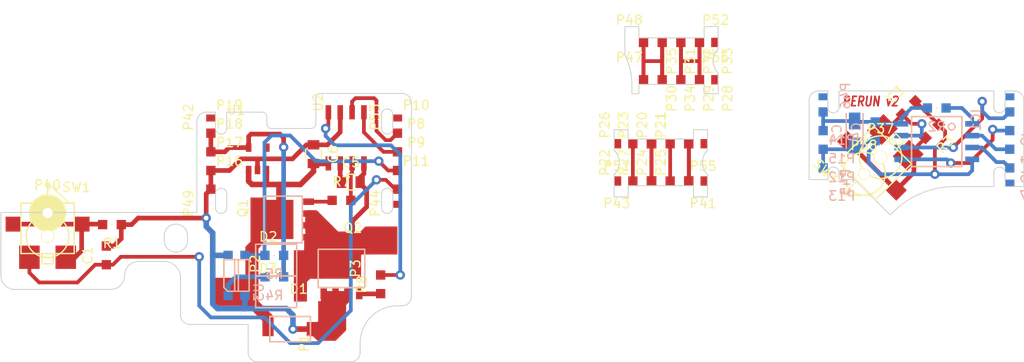
<source format=kicad_pcb>
(kicad_pcb (version 4) (host pcbnew 4.0.0-rc2-stable)

  (general
    (links 93)
    (no_connects 0)
    (area 108.899999 58.4 227.783334 97.550001)
    (thickness 1)
    (drawings 181)
    (tracks 478)
    (zones 0)
    (modules 91)
    (nets 31)
  )

  (page A4)
  (layers
    (0 F.Cu signal)
    (31 B.Cu signal)
    (33 F.Adhes user)
    (35 F.Paste user)
    (37 F.SilkS user)
    (38 B.Mask user)
    (39 F.Mask user)
    (40 Dwgs.User user)
    (41 Cmts.User user)
    (42 Eco1.User user)
    (43 Eco2.User user)
    (44 Edge.Cuts user)
    (45 Margin user)
    (47 F.CrtYd user)
    (49 F.Fab user)
  )

  (setup
    (last_trace_width 0.4)
    (trace_clearance 0.25)
    (zone_clearance 0)
    (zone_45_only no)
    (trace_min 0.2)
    (segment_width 0.2)
    (edge_width 0.1)
    (via_size 1)
    (via_drill 0.5)
    (via_min_size 0.4)
    (via_min_drill 0.3)
    (uvia_size 0.3)
    (uvia_drill 0.1)
    (uvias_allowed no)
    (uvia_min_size 0.2)
    (uvia_min_drill 0.1)
    (pcb_text_width 0.3)
    (pcb_text_size 1.5 1.5)
    (mod_edge_width 0.15)
    (mod_text_size 1 1)
    (mod_text_width 0.15)
    (pad_size 1.1 1.1)
    (pad_drill 1.1)
    (pad_to_mask_clearance 0.1)
    (aux_axis_origin 0 0)
    (visible_elements 7FFCFFFF)
    (pcbplotparams
      (layerselection 0x010c0_80000001)
      (usegerberextensions false)
      (excludeedgelayer true)
      (linewidth 0.100000)
      (plotframeref false)
      (viasonmask false)
      (mode 1)
      (useauxorigin false)
      (hpglpennumber 1)
      (hpglpenspeed 20)
      (hpglpendiameter 15)
      (hpglpenoverlay 2)
      (psnegative false)
      (psa4output false)
      (plotreference false)
      (plotvalue false)
      (plotinvisibletext false)
      (padsonsilk false)
      (subtractmaskfromsilk true)
      (outputformat 1)
      (mirror false)
      (drillshape 0)
      (scaleselection 1)
      (outputdirectory ""))
  )

  (net 0 "")
  (net 1 GND)
  (net 2 DETECT)
  (net 3 SELECTOR)
  (net 4 +5V)
  (net 5 VCC)
  (net 6 "Net-(Q1-Pad1)")
  (net 7 "Net-(Q2-Pad1)")
  (net 8 "Net-(R1-Pad2)")
  (net 9 RESET)
  (net 10 "Net-(R3-Pad2)")
  (net 11 TRIGGER)
  (net 12 5)
  (net 13 G)
  (net 14 SELECTOR1)
  (net 15 DETECT1)
  (net 16 "Net-(C5-Pad1)")
  (net 17 HS)
  (net 18 SELECTOR11)
  (net 19 DETECT11)
  (net 20 G1)
  (net 21 51)
  (net 22 "Net-(R4-Pad1)")
  (net 23 HIN1)
  (net 24 LIN1)
  (net 25 HIN)
  (net 26 LIN)
  (net 27 HIN11)
  (net 28 LIN11)
  (net 29 HO)
  (net 30 LO)

  (net_class Default "To jest domyślna klasa połączeń."
    (clearance 0.25)
    (trace_width 0.4)
    (via_dia 1)
    (via_drill 0.5)
    (uvia_dia 0.3)
    (uvia_drill 0.1)
    (add_net +5V)
    (add_net 5)
    (add_net 51)
    (add_net DETECT)
    (add_net DETECT1)
    (add_net DETECT11)
    (add_net G)
    (add_net G1)
    (add_net GND)
    (add_net HIN)
    (add_net HIN1)
    (add_net HIN11)
    (add_net HO)
    (add_net HS)
    (add_net LIN)
    (add_net LIN1)
    (add_net LIN11)
    (add_net LO)
    (add_net "Net-(C5-Pad1)")
    (add_net "Net-(Q1-Pad1)")
    (add_net "Net-(Q2-Pad1)")
    (add_net "Net-(R1-Pad2)")
    (add_net "Net-(R3-Pad2)")
    (add_net "Net-(R4-Pad1)")
    (add_net RESET)
    (add_net SELECTOR)
    (add_net SELECTOR1)
    (add_net SELECTOR11)
    (add_net TRIGGER)
    (add_net VCC)
  )

  (module 111:ESE-31R15T (layer F.Cu) (tedit 57AF4EFB) (tstamp 57C803E3)
    (at 114 82.75)
    (path /5798DE54)
    (fp_text reference SW1 (at 3.1 -3.95) (layer F.SilkS)
      (effects (font (size 1 1) (thickness 0.15)))
    )
    (fp_text value DETECT (at 5.65 -5.3) (layer F.Fab)
      (effects (font (size 1 1) (thickness 0.15)))
    )
    (fp_line (start 0 -4.4) (end 2.35 -2.25) (layer F.SilkS) (width 0.15))
    (fp_line (start -0.6 3.15) (end -0.6 4.25) (layer F.SilkS) (width 0.15))
    (fp_line (start -0.6 4.25) (end 0.5 4.25) (layer F.SilkS) (width 0.15))
    (fp_line (start 0.5 4.25) (end 0.6 4.25) (layer F.SilkS) (width 0.15))
    (fp_line (start 0.6 4.25) (end 0.6 3.15) (layer F.SilkS) (width 0.15))
    (fp_line (start 0 -4.4) (end 0 -2.25) (layer F.SilkS) (width 0.15))
    (fp_line (start 2.85 -2.25) (end 2.85 3.15) (layer F.SilkS) (width 0.15))
    (fp_line (start -2.85 -2.25) (end 2.85 -2.25) (layer F.SilkS) (width 0.15))
    (fp_line (start -2.85 3.15) (end -2.85 -2.25) (layer F.SilkS) (width 0.15))
    (fp_line (start 0 3.15) (end 2.85 3.15) (layer F.SilkS) (width 0.15))
    (fp_line (start -0.65 3.15) (end -2.85 3.15) (layer F.SilkS) (width 0.15))
    (fp_line (start 0 3.15) (end -0.65 3.15) (layer F.SilkS) (width 0.15))
    (fp_circle (center 0 1.3) (end 0 0.65) (layer F.SilkS) (width 0.15))
    (fp_circle (center 0 -1.2) (end 0 -0.65) (layer F.SilkS) (width 0.15))
    (pad 1 smd rect (at -3.65 0) (size 1.7 1.6) (layers F.Cu F.Paste F.Mask)
      (net 8 "Net-(R1-Pad2)"))
    (pad 1 smd rect (at 3.65 0) (size 1.7 1.6) (layers F.Cu F.Paste F.Mask)
      (net 8 "Net-(R1-Pad2)"))
    (pad 1 smd rect (at 1.95 3.55) (size 2.2 2.5) (layers F.Cu F.Paste F.Mask)
      (net 8 "Net-(R1-Pad2)"))
    (pad 2 smd rect (at -1.95 3.55) (size 2.2 2.5) (layers F.Cu F.Paste F.Mask)
      (net 2 DETECT))
  )

  (module Capacitors_Tantalum_SMD:TantalC_SizeA_EIA-3216_Reflow (layer B.Cu) (tedit 555EF642) (tstamp 57A0976F)
    (at 200.5 73 270)
    (descr "Tantal Cap. , Size A, EIA-3216, Reflow")
    (tags "Tantal Capacitor Size-A EIA-3216 reflow")
    (path /57A0506C)
    (attr smd)
    (fp_text reference C2 (at 0 1.9 270) (layer B.SilkS)
      (effects (font (size 1 1) (thickness 0.15)) (justify mirror))
    )
    (fp_text value 10uF/10V (at 0 -2.1 270) (layer B.Fab)
      (effects (font (size 1 1) (thickness 0.15)) (justify mirror))
    )
    (fp_line (start 1.6 -0.9) (end -2.1 -0.9) (layer B.SilkS) (width 0.15))
    (fp_line (start 1.6 0.9) (end -2.1 0.9) (layer B.SilkS) (width 0.15))
    (fp_line (start -2.5 -1.2) (end 2.5 -1.2) (layer B.CrtYd) (width 0.05))
    (fp_line (start 2.5 -1.2) (end 2.5 1.2) (layer B.CrtYd) (width 0.05))
    (fp_line (start 2.5 1.2) (end -2.5 1.2) (layer B.CrtYd) (width 0.05))
    (fp_line (start -2.5 1.2) (end -2.5 -1.2) (layer B.CrtYd) (width 0.05))
    (pad 2 smd rect (at 1.31 0 270) (size 1.8 1.23) (layers B.Cu B.Mask)
      (net 13 G))
    (pad 1 smd rect (at -1.31 0 270) (size 1.8 1.23) (layers B.Cu B.Mask)
      (net 12 5))
    (model Capacitors_Tantalum_SMD.3dshapes/TantalC_SizeA_EIA-3216_Reflow.wrl
      (at (xyz 0 0 0))
      (scale (xyz 1 1 1))
      (rotate (xyz 0 0 180))
    )
  )

  (module Capacitors_SMD:C_0805 (layer F.Cu) (tedit 5415D6EA) (tstamp 57A09774)
    (at 146.5 78.25)
    (descr "Capacitor SMD 0805, reflow soldering, AVX (see smccp.pdf)")
    (tags "capacitor 0805")
    (path /57A071FB)
    (attr smd)
    (fp_text reference C5 (at 0 -2.1) (layer F.SilkS)
      (effects (font (size 1 1) (thickness 0.15)))
    )
    (fp_text value 10uF/25V (at 0 2.1) (layer F.Fab)
      (effects (font (size 1 1) (thickness 0.15)))
    )
    (fp_line (start -1.8 -1) (end 1.8 -1) (layer F.CrtYd) (width 0.05))
    (fp_line (start -1.8 1) (end 1.8 1) (layer F.CrtYd) (width 0.05))
    (fp_line (start -1.8 -1) (end -1.8 1) (layer F.CrtYd) (width 0.05))
    (fp_line (start 1.8 -1) (end 1.8 1) (layer F.CrtYd) (width 0.05))
    (fp_line (start 0.5 -0.85) (end -0.5 -0.85) (layer F.SilkS) (width 0.15))
    (fp_line (start -0.5 0.85) (end 0.5 0.85) (layer F.SilkS) (width 0.15))
    (pad 1 smd rect (at -1 0) (size 1 1.25) (layers F.Cu F.Paste F.Mask)
      (net 16 "Net-(C5-Pad1)"))
    (pad 2 smd rect (at 1 0) (size 1 1.25) (layers F.Cu F.Paste F.Mask)
      (net 17 HS))
    (model Capacitors_SMD.3dshapes/C_0805.wrl
      (at (xyz 0 0 0))
      (scale (xyz 1 1 1))
      (rotate (xyz 0 0 0))
    )
  )

  (module Capacitors_SMD:C_0805 (layer F.Cu) (tedit 5415D6EA) (tstamp 57A09779)
    (at 142.5 75.25 270)
    (descr "Capacitor SMD 0805, reflow soldering, AVX (see smccp.pdf)")
    (tags "capacitor 0805")
    (path /57A07508)
    (attr smd)
    (fp_text reference C6 (at 0 -2.1 270) (layer F.SilkS)
      (effects (font (size 1 1) (thickness 0.15)))
    )
    (fp_text value 10uF/25V (at 0 2.1 270) (layer F.Fab)
      (effects (font (size 1 1) (thickness 0.15)))
    )
    (fp_line (start -1.8 -1) (end 1.8 -1) (layer F.CrtYd) (width 0.05))
    (fp_line (start -1.8 1) (end 1.8 1) (layer F.CrtYd) (width 0.05))
    (fp_line (start -1.8 -1) (end -1.8 1) (layer F.CrtYd) (width 0.05))
    (fp_line (start 1.8 -1) (end 1.8 1) (layer F.CrtYd) (width 0.05))
    (fp_line (start 0.5 -0.85) (end -0.5 -0.85) (layer F.SilkS) (width 0.15))
    (fp_line (start -0.5 0.85) (end 0.5 0.85) (layer F.SilkS) (width 0.15))
    (pad 1 smd rect (at -1 0 270) (size 1 1.25) (layers F.Cu F.Paste F.Mask)
      (net 1 GND))
    (pad 2 smd rect (at 1 0 270) (size 1 1.25) (layers F.Cu F.Paste F.Mask)
      (net 5 VCC))
    (model Capacitors_SMD.3dshapes/C_0805.wrl
      (at (xyz 0 0 0))
      (scale (xyz 1 1 1))
      (rotate (xyz 0 0 0))
    )
  )

  (module Connect:1pin (layer F.Cu) (tedit 57C000B8) (tstamp 57C00053)
    (at 203.275 75.575)
    (descr "module 1 pin (ou trou mecanique de percage)")
    (tags DEV)
    (path /57C00608)
    (fp_text reference P37 (at 0 -3.048) (layer F.SilkS)
      (effects (font (size 1 1) (thickness 0.15)))
    )
    (fp_text value Otwór (at 0 2.794) (layer F.Fab)
      (effects (font (size 1 1) (thickness 0.15)))
    )
    (fp_circle (center 0 0) (end 0 -2.286) (layer F.SilkS) (width 0.15))
    (pad 1 thru_hole circle (at 0 0) (size 1.3 1.3) (drill 1.3) (layers *.Cu *.Mask F.SilkS))
  )

  (module Connect:1pin (layer F.Cu) (tedit 57C00163) (tstamp 57C00059)
    (at 201.5 77.35)
    (descr "module 1 pin (ou trou mecanique de percage)")
    (tags DEV)
    (path /57C006D2)
    (fp_text reference P38 (at 0 -3.048) (layer F.SilkS)
      (effects (font (size 1 1) (thickness 0.15)))
    )
    (fp_text value Otwór (at 0 2.794) (layer F.Fab)
      (effects (font (size 1 1) (thickness 0.15)))
    )
    (fp_circle (center 0 0) (end 0 -2.286) (layer F.SilkS) (width 0.15))
    (pad 1 thru_hole circle (at 0 0) (size 1.1 1.1) (drill 1.1) (layers *.Cu *.Mask F.SilkS))
  )

  (module Connect:1pin (layer F.Cu) (tedit 57C000CB) (tstamp 57C0005F)
    (at 114 84.05)
    (descr "module 1 pin (ou trou mecanique de percage)")
    (tags DEV)
    (path /57C0079B)
    (fp_text reference P39 (at 0 -3.048) (layer F.SilkS)
      (effects (font (size 1 1) (thickness 0.15)))
    )
    (fp_text value Otwór (at 0 2.794) (layer F.Fab)
      (effects (font (size 1 1) (thickness 0.15)))
    )
    (fp_circle (center 0 0) (end 0 -2.286) (layer F.SilkS) (width 0.15))
    (pad 1 thru_hole circle (at 0 0) (size 1.3 1.3) (drill 1.3) (layers *.Cu *.Mask))
  )

  (module 111:Lut_1.5x0.75mm (layer F.Cu) (tedit 57C0154D) (tstamp 57C01648)
    (at 184.355 78.13 180)
    (path /57C017A2)
    (fp_text reference P41 (at 0.1 -2.4 180) (layer F.SilkS)
      (effects (font (size 1 1) (thickness 0.15)))
    )
    (fp_text value Lut (at 3.9 -3.7 180) (layer F.Fab)
      (effects (font (size 1 1) (thickness 0.15)))
    )
    (pad 1 smd rect (at 0 0 180) (size 0.75 1) (layers F.Cu F.Paste F.Mask))
  )

  (module 111:Lut_1.5x0.75mm locked (layer F.Cu) (tedit 57C0154D) (tstamp 57C0164D)
    (at 131.5 71.375 90)
    (path /57C02665)
    (fp_text reference P42 (at 0.1 -2.4 90) (layer F.SilkS)
      (effects (font (size 1 1) (thickness 0.15)))
    )
    (fp_text value Lut (at 3.9 -3.7 90) (layer F.Fab)
      (effects (font (size 1 1) (thickness 0.15)))
    )
    (pad 1 smd rect (at 0 0 90) (size 0.75 1) (layers F.Cu F.Paste F.Mask))
  )

  (module 111:Lut_1.5x0.75mm (layer F.Cu) (tedit 57C0154D) (tstamp 57C01652)
    (at 175.105 78.13 180)
    (path /57C0273A)
    (fp_text reference P43 (at 0.1 -2.4 180) (layer F.SilkS)
      (effects (font (size 1 1) (thickness 0.15)))
    )
    (fp_text value Lut (at 3.9 -3.7 180) (layer F.Fab)
      (effects (font (size 1 1) (thickness 0.15)))
    )
    (pad 1 smd rect (at 0 0 180) (size 0.75 1) (layers F.Cu F.Paste F.Mask))
  )

  (module 111:Lut_1.5x0.75mm locked (layer F.Cu) (tedit 57C0154D) (tstamp 57C01657)
    (at 151.5 80.625 90)
    (path /57C029D6)
    (fp_text reference P44 (at 0.1 -2.4 90) (layer F.SilkS)
      (effects (font (size 1 1) (thickness 0.15)))
    )
    (fp_text value Lut (at 3.9 -3.7 90) (layer F.Fab)
      (effects (font (size 1 1) (thickness 0.15)))
    )
    (pad 1 smd rect (at 0 0 90) (size 0.75 1) (layers F.Cu F.Paste F.Mask))
  )

  (module 111:Lut_1.5x0.75mm (layer B.Cu) (tedit 57CA9D34) (tstamp 57C0165C)
    (at 197.125 78.35 90)
    (path /57C02B15)
    (fp_text reference P45 (at 0.1 2.4 90) (layer B.SilkS)
      (effects (font (size 1 1) (thickness 0.15)) (justify mirror))
    )
    (fp_text value Lut (at 3.9 3.7 90) (layer B.Fab)
      (effects (font (size 1 1) (thickness 0.15)) (justify mirror))
    )
  )

  (module 111:Lut_1.5x0.75mm (layer B.Cu) (tedit 57C0154D) (tstamp 57C01661)
    (at 197.125 69.1 90)
    (path /57C02B1B)
    (fp_text reference P46 (at 0.1 2.4 90) (layer B.SilkS)
      (effects (font (size 1 1) (thickness 0.15)) (justify mirror))
    )
    (fp_text value Lut (at 3.9 3.7 90) (layer B.Fab)
      (effects (font (size 1 1) (thickness 0.15)) (justify mirror))
    )
    (pad 1 smd rect (at 0 0 90) (size 0.75 1) (layers B.Cu B.Mask))
  )

  (module 111:Lut_1.5x0.75mm (layer F.Cu) (tedit 57CDE25D) (tstamp 57C01666)
    (at 176.25 67.275)
    (path /57C02B21)
    (fp_text reference P47 (at 0.1 -2.4) (layer F.SilkS)
      (effects (font (size 1 1) (thickness 0.15)))
    )
    (fp_text value Lut (at 3.9 -3.7) (layer F.Fab)
      (effects (font (size 1 1) (thickness 0.15)))
    )
  )

  (module 111:Lut_1.5x0.75mm (layer F.Cu) (tedit 57CDE2E1) (tstamp 57C0166B)
    (at 176.25 63.275)
    (path /57C02B27)
    (fp_text reference P48 (at 0.1 -2.4) (layer F.SilkS)
      (effects (font (size 1 1) (thickness 0.15)))
    )
    (fp_text value Lut (at 3.9 -3.7) (layer F.Fab)
      (effects (font (size 1 1) (thickness 0.15)))
    )
  )

  (module 111:Lut_1.5x0.75mm locked (layer F.Cu) (tedit 57CDE2ED) (tstamp 57C01670)
    (at 131.5 80.625 90)
    (path /57C02CEF)
    (fp_text reference P49 (at 0.1 -2.4 90) (layer F.SilkS)
      (effects (font (size 1 1) (thickness 0.15)))
    )
    (fp_text value Lut (at 3.9 -3.7 90) (layer F.Fab)
      (effects (font (size 1 1) (thickness 0.15)))
    )
  )

  (module 111:Lut_1.5x0.75mm (layer B.Cu) (tedit 57C0154D) (tstamp 57C01675)
    (at 217.125 69.1 90)
    (path /57C02CF5)
    (fp_text reference P50 (at 0.1 2.4 90) (layer B.SilkS)
      (effects (font (size 1 1) (thickness 0.15)) (justify mirror))
    )
    (fp_text value Lut (at 3.9 3.7 90) (layer B.Fab)
      (effects (font (size 1 1) (thickness 0.15)) (justify mirror))
    )
    (pad 1 smd rect (at 0 0 90) (size 0.75 1) (layers B.Cu B.Mask))
  )

  (module 111:Lut_1.5x0.75mm (layer F.Cu) (tedit 57C0154D) (tstamp 57C0167A)
    (at 175.105 74.13 180)
    (path /57C02CFB)
    (fp_text reference P51 (at 0.1 -2.4 180) (layer F.SilkS)
      (effects (font (size 1 1) (thickness 0.15)))
    )
    (fp_text value Lut (at 3.9 -3.7 180) (layer F.Fab)
      (effects (font (size 1 1) (thickness 0.15)))
    )
    (pad 1 smd rect (at 0 0 180) (size 0.75 1) (layers F.Cu F.Paste F.Mask))
  )

  (module 111:Lut_1.5x0.75mm (layer F.Cu) (tedit 57C0154D) (tstamp 57C0167F)
    (at 185.5 63.275)
    (path /57C02D01)
    (fp_text reference P52 (at 0.1 -2.4) (layer F.SilkS)
      (effects (font (size 1 1) (thickness 0.15)))
    )
    (fp_text value Lut (at 3.9 -3.7) (layer F.Fab)
      (effects (font (size 1 1) (thickness 0.15)))
    )
    (pad 1 smd rect (at 0 0) (size 0.75 1) (layers F.Cu F.Paste F.Mask))
  )

  (module 111:Lut_1.5x0.75mm locked (layer F.Cu) (tedit 57C0154D) (tstamp 57C01684)
    (at 151.5 71.375 90)
    (path /57C02D07)
    (fp_text reference P53 (at 0.1 -2.4 90) (layer F.SilkS)
      (effects (font (size 1 1) (thickness 0.15)))
    )
    (fp_text value Lut (at 3.9 -3.7 90) (layer F.Fab)
      (effects (font (size 1 1) (thickness 0.15)))
    )
    (pad 1 smd rect (at 0 0 90) (size 0.75 1) (layers F.Cu F.Paste F.Mask))
  )

  (module 111:Lut_1.5x0.75mm (layer B.Cu) (tedit 57C0154D) (tstamp 57C01689)
    (at 217.125 78.35 90)
    (path /57C02D0D)
    (fp_text reference P54 (at 0.1 2.4 90) (layer B.SilkS)
      (effects (font (size 1 1) (thickness 0.15)) (justify mirror))
    )
    (fp_text value Lut (at 3.9 3.7 90) (layer B.Fab)
      (effects (font (size 1 1) (thickness 0.15)) (justify mirror))
    )
    (pad 1 smd rect (at 0 0 90) (size 0.75 1) (layers B.Cu B.Mask))
  )

  (module 111:Lut_1.5x0.75mm (layer F.Cu) (tedit 57C0154D) (tstamp 57C0168E)
    (at 184.355 74.13 180)
    (path /57C02D13)
    (fp_text reference P55 (at 0.1 -2.4 180) (layer F.SilkS)
      (effects (font (size 1 1) (thickness 0.15)))
    )
    (fp_text value Lut (at 3.9 -3.7 180) (layer F.Fab)
      (effects (font (size 1 1) (thickness 0.15)))
    )
    (pad 1 smd rect (at 0 0 180) (size 0.75 1) (layers F.Cu F.Paste F.Mask))
  )

  (module 111:Lut_1.5x0.75mm (layer F.Cu) (tedit 57C0154D) (tstamp 57C01693)
    (at 185.5 67.275)
    (path /57C02D19)
    (fp_text reference P56 (at 0.1 -2.4) (layer F.SilkS)
      (effects (font (size 1 1) (thickness 0.15)))
    )
    (fp_text value Lut (at 3.9 -3.7) (layer F.Fab)
      (effects (font (size 1 1) (thickness 0.15)))
    )
    (pad 1 smd rect (at 0 0) (size 0.75 1) (layers F.Cu F.Paste F.Mask))
  )

  (module 111:1_pin_smd_3x3 (layer F.Cu) (tedit 5718A349) (tstamp 57C80345)
    (at 144.5 92.5 90)
    (path /5798DE60)
    (fp_text reference P1 (at -3 -3 90) (layer F.SilkS)
      (effects (font (size 1 1) (thickness 0.15)))
    )
    (fp_text value B- (at 1 -5 90) (layer F.Fab)
      (effects (font (size 1 1) (thickness 0.15)))
    )
    (pad 1 smd rect (at 0 0 90) (size 3 3) (layers F.Cu F.Paste F.Mask)
      (net 1 GND))
  )

  (module 111:1_pin_smd_3x3 (layer F.Cu) (tedit 5718A349) (tstamp 57C80349)
    (at 133.25 90 270)
    (path /5798DE61)
    (fp_text reference P2 (at -3 -3 270) (layer F.SilkS)
      (effects (font (size 1 1) (thickness 0.15)))
    )
    (fp_text value B+S+ (at 1 -5 270) (layer F.Fab)
      (effects (font (size 1 1) (thickness 0.15)))
    )
    (pad 1 smd rect (at 0 0 270) (size 3 3) (layers F.Cu F.Paste F.Mask)
      (net 5 VCC))
  )

  (module 111:1_pin_smd_3x3 locked (layer F.Cu) (tedit 5718A349) (tstamp 57C8034D)
    (at 150 84.5 90)
    (path /5798DE5F)
    (fp_text reference P3 (at -3 -3 90) (layer F.SilkS)
      (effects (font (size 1 1) (thickness 0.15)))
    )
    (fp_text value S- (at 1 -5 90) (layer F.Fab)
      (effects (font (size 1 1) (thickness 0.15)))
    )
    (pad 1 smd rect (at 0 0 90) (size 3 3) (layers F.Cu F.Paste F.Mask)
      (net 17 HS))
  )

  (module 111:1_pin_smd_1x1 (layer B.Cu) (tedit 57BDB7DA) (tstamp 57C80351)
    (at 217.125 72.725)
    (path /57A12A51)
    (fp_text reference P4 (at 2 3) (layer B.SilkS)
      (effects (font (size 1 1) (thickness 0.15)) (justify mirror))
    )
    (fp_text value CONN_01X01 (at 5.5 4.5) (layer B.Fab)
      (effects (font (size 1 1) (thickness 0.15)) (justify mirror))
    )
    (pad 1 smd trapezoid (at 0 0) (size 1 1) (layers B.Cu B.Mask)
      (net 23 HIN1))
  )

  (module 111:1_pin_smd_1x1 (layer B.Cu) (tedit 57BDB7DA) (tstamp 57C80355)
    (at 217.125 74.725)
    (path /57A12C8B)
    (fp_text reference P5 (at 2 3) (layer B.SilkS)
      (effects (font (size 1 1) (thickness 0.15)) (justify mirror))
    )
    (fp_text value CONN_01X01 (at 5.5 4.5) (layer B.Fab)
      (effects (font (size 1 1) (thickness 0.15)) (justify mirror))
    )
    (pad 1 smd trapezoid (at 0 0) (size 1 1) (layers B.Cu B.Mask)
      (net 14 SELECTOR1))
  )

  (module 111:1_pin_smd_1x1 (layer B.Cu) (tedit 57BDB7DA) (tstamp 57C80359)
    (at 217.125 70.725)
    (path /57A12CE9)
    (fp_text reference P6 (at 2 3) (layer B.SilkS)
      (effects (font (size 1 1) (thickness 0.15)) (justify mirror))
    )
    (fp_text value CONN_01X01 (at 5.5 4.5) (layer B.Fab)
      (effects (font (size 1 1) (thickness 0.15)) (justify mirror))
    )
    (pad 1 smd trapezoid (at 0 0) (size 1 1) (layers B.Cu B.Mask)
      (net 24 LIN1))
  )

  (module 111:1_pin_smd_1x1 (layer B.Cu) (tedit 57BDB7DA) (tstamp 57C8035D)
    (at 217.125 76.725)
    (path /57A12D4A)
    (fp_text reference P7 (at 2 3) (layer B.SilkS)
      (effects (font (size 1 1) (thickness 0.15)) (justify mirror))
    )
    (fp_text value CONN_01X01 (at 5.5 4.5) (layer B.Fab)
      (effects (font (size 1 1) (thickness 0.15)) (justify mirror))
    )
    (pad 1 smd trapezoid (at 0 0) (size 1 1) (layers B.Cu B.Mask)
      (net 15 DETECT1))
  )

  (module 111:1_pin_smd_1x1 locked (layer F.Cu) (tedit 57BDB7DA) (tstamp 57C80361)
    (at 151.5 75)
    (path /57A1302A)
    (fp_text reference P8 (at 2 -3) (layer F.SilkS)
      (effects (font (size 1 1) (thickness 0.15)))
    )
    (fp_text value CONN_01X01 (at 5.5 -4.5) (layer F.Fab)
      (effects (font (size 1 1) (thickness 0.15)))
    )
    (pad 1 smd trapezoid (at 0 0) (size 1 1) (layers F.Cu F.Paste F.Mask)
      (net 25 HIN))
  )

  (module 111:1_pin_smd_1x1 locked (layer F.Cu) (tedit 57BDB7DA) (tstamp 57C80365)
    (at 151.5 77)
    (path /57A13030)
    (fp_text reference P9 (at 2 -3) (layer F.SilkS)
      (effects (font (size 1 1) (thickness 0.15)))
    )
    (fp_text value CONN_01X01 (at 5.5 -4.5) (layer F.Fab)
      (effects (font (size 1 1) (thickness 0.15)))
    )
    (pad 1 smd trapezoid (at 0 0) (size 1 1) (layers F.Cu F.Paste F.Mask)
      (net 3 SELECTOR))
  )

  (module 111:1_pin_smd_1x1 locked (layer F.Cu) (tedit 57BDB7DA) (tstamp 57C80369)
    (at 151.5 73)
    (path /57A13036)
    (fp_text reference P10 (at 2 -3) (layer F.SilkS)
      (effects (font (size 1 1) (thickness 0.15)))
    )
    (fp_text value CONN_01X01 (at 5.5 -4.5) (layer F.Fab)
      (effects (font (size 1 1) (thickness 0.15)))
    )
    (pad 1 smd trapezoid (at 0 0) (size 1 1) (layers F.Cu F.Paste F.Mask)
      (net 26 LIN))
  )

  (module 111:1_pin_smd_1x1 locked (layer F.Cu) (tedit 57BDB7DA) (tstamp 57C8036D)
    (at 151.5 79)
    (path /57A1303C)
    (fp_text reference P11 (at 2 -3) (layer F.SilkS)
      (effects (font (size 1 1) (thickness 0.15)))
    )
    (fp_text value CONN_01X01 (at 5.5 -4.5) (layer F.Fab)
      (effects (font (size 1 1) (thickness 0.15)))
    )
    (pad 1 smd trapezoid (at 0 0) (size 1 1) (layers F.Cu F.Paste F.Mask)
      (net 2 DETECT))
  )

  (module 111:1_pin_smd_1x1 (layer B.Cu) (tedit 57BDB7DA) (tstamp 57C80371)
    (at 197.125 74.725)
    (path /57A1350C)
    (fp_text reference P12 (at 2 3) (layer B.SilkS)
      (effects (font (size 1 1) (thickness 0.15)) (justify mirror))
    )
    (fp_text value CONN_01X01 (at 5.5 4.5) (layer B.Fab)
      (effects (font (size 1 1) (thickness 0.15)) (justify mirror))
    )
    (pad 1 smd trapezoid (at 0 0) (size 1 1) (layers B.Cu B.Mask)
      (net 13 G))
  )

  (module 111:1_pin_smd_1x1 (layer B.Cu) (tedit 57BDB7DA) (tstamp 57C80375)
    (at 197.125 76.725)
    (path /57A13506)
    (fp_text reference P13 (at 2 3) (layer B.SilkS)
      (effects (font (size 1 1) (thickness 0.15)) (justify mirror))
    )
    (fp_text value CONN_01X01 (at 5.5 4.5) (layer B.Fab)
      (effects (font (size 1 1) (thickness 0.15)) (justify mirror))
    )
    (pad 1 smd trapezoid (at 0 0) (size 1 1) (layers B.Cu B.Mask)
      (net 13 G))
  )

  (module 111:1_pin_smd_1x1 (layer B.Cu) (tedit 57BDB7DA) (tstamp 57C80379)
    (at 197.125 70.725)
    (path /57A13500)
    (fp_text reference P14 (at 2 3) (layer B.SilkS)
      (effects (font (size 1 1) (thickness 0.15)) (justify mirror))
    )
    (fp_text value CONN_01X01 (at 5.5 4.5) (layer B.Fab)
      (effects (font (size 1 1) (thickness 0.15)) (justify mirror))
    )
    (pad 1 smd trapezoid (at 0 0) (size 1 1) (layers B.Cu B.Mask)
      (net 12 5))
  )

  (module 111:1_pin_smd_1x1 (layer B.Cu) (tedit 57BDB7DA) (tstamp 57C8037D)
    (at 197.125 72.725)
    (path /57A134FA)
    (fp_text reference P15 (at 2 3) (layer B.SilkS)
      (effects (font (size 1 1) (thickness 0.15)) (justify mirror))
    )
    (fp_text value CONN_01X01 (at 5.5 4.5) (layer B.Fab)
      (effects (font (size 1 1) (thickness 0.15)) (justify mirror))
    )
    (pad 1 smd trapezoid (at 0 0) (size 1 1) (layers B.Cu B.Mask)
      (net 12 5))
  )

  (module 111:1_pin_smd_1x1 locked (layer F.Cu) (tedit 57BDB7DA) (tstamp 57C80381)
    (at 131.5 79)
    (path /57A134F4)
    (fp_text reference P16 (at 2 -3) (layer F.SilkS)
      (effects (font (size 1 1) (thickness 0.15)))
    )
    (fp_text value CONN_01X01 (at 5.5 -4.5) (layer F.Fab)
      (effects (font (size 1 1) (thickness 0.15)))
    )
    (pad 1 smd trapezoid (at 0 0) (size 1 1) (layers F.Cu F.Paste F.Mask)
      (net 1 GND))
  )

  (module 111:1_pin_smd_1x1 locked (layer F.Cu) (tedit 57BDB7DA) (tstamp 57C80385)
    (at 131.5 77)
    (path /57A134EE)
    (fp_text reference P17 (at 2 -3) (layer F.SilkS)
      (effects (font (size 1 1) (thickness 0.15)))
    )
    (fp_text value CONN_01X01 (at 5.5 -4.5) (layer F.Fab)
      (effects (font (size 1 1) (thickness 0.15)))
    )
    (pad 1 smd trapezoid (at 0 0) (size 1 1) (layers F.Cu F.Paste F.Mask)
      (net 1 GND))
  )

  (module 111:1_pin_smd_1x1 locked (layer F.Cu) (tedit 57BDB7DA) (tstamp 57C80389)
    (at 131.5 75)
    (path /57A134E8)
    (fp_text reference P18 (at 2 -3) (layer F.SilkS)
      (effects (font (size 1 1) (thickness 0.15)))
    )
    (fp_text value CONN_01X01 (at 5.5 -4.5) (layer F.Fab)
      (effects (font (size 1 1) (thickness 0.15)))
    )
    (pad 1 smd trapezoid (at 0 0) (size 1 1) (layers F.Cu F.Paste F.Mask)
      (net 4 +5V))
  )

  (module 111:1_pin_smd_1x1 locked (layer F.Cu) (tedit 57BDB7DA) (tstamp 57C8038D)
    (at 131.5 73)
    (path /57A134E2)
    (fp_text reference P19 (at 2 -3) (layer F.SilkS)
      (effects (font (size 1 1) (thickness 0.15)))
    )
    (fp_text value CONN_01X01 (at 5.5 -4.5) (layer F.Fab)
      (effects (font (size 1 1) (thickness 0.15)))
    )
    (pad 1 smd trapezoid (at 0 0) (size 1 1) (layers F.Cu F.Paste F.Mask)
      (net 4 +5V))
  )

  (module 111:1_pin_smd_1x1 (layer F.Cu) (tedit 57BDB7DA) (tstamp 57C80391)
    (at 180.73 74.13 90)
    (path /57A15B9F)
    (fp_text reference P20 (at 2 -3 90) (layer F.SilkS)
      (effects (font (size 1 1) (thickness 0.15)))
    )
    (fp_text value CONN_01X01 (at 5.5 -4.5 90) (layer F.Fab)
      (effects (font (size 1 1) (thickness 0.15)))
    )
    (pad 1 smd trapezoid (at 0 0 90) (size 1 1) (layers F.Cu F.Paste F.Mask)
      (net 27 HIN11))
  )

  (module 111:1_pin_smd_1x1 (layer F.Cu) (tedit 57BDB7DA) (tstamp 57C80395)
    (at 182.73 74.13 90)
    (path /57A15BA5)
    (fp_text reference P21 (at 2 -3 90) (layer F.SilkS)
      (effects (font (size 1 1) (thickness 0.15)))
    )
    (fp_text value CONN_01X01 (at 5.5 -4.5 90) (layer F.Fab)
      (effects (font (size 1 1) (thickness 0.15)))
    )
    (pad 1 smd trapezoid (at 0 0 90) (size 1 1) (layers F.Cu F.Paste F.Mask)
      (net 18 SELECTOR11))
  )

  (module 111:1_pin_smd_1x1 (layer F.Cu) (tedit 57BDB7DA) (tstamp 57C80399)
    (at 176.73 78.13 90)
    (path /57A15BAB)
    (fp_text reference P22 (at 2 -3 90) (layer F.SilkS)
      (effects (font (size 1 1) (thickness 0.15)))
    )
    (fp_text value CONN_01X01 (at 5.5 -4.5 90) (layer F.Fab)
      (effects (font (size 1 1) (thickness 0.15)))
    )
    (pad 1 smd trapezoid (at 0 0 90) (size 1 1) (layers F.Cu F.Paste F.Mask)
      (net 28 LIN11))
  )

  (module 111:1_pin_smd_1x1 (layer F.Cu) (tedit 57BDB7DA) (tstamp 57C8039D)
    (at 178.73 74.13 90)
    (path /57A15BB1)
    (fp_text reference P23 (at 2 -3 90) (layer F.SilkS)
      (effects (font (size 1 1) (thickness 0.15)))
    )
    (fp_text value CONN_01X01 (at 5.5 -4.5 90) (layer F.Fab)
      (effects (font (size 1 1) (thickness 0.15)))
    )
    (pad 1 smd trapezoid (at 0 0 90) (size 1 1) (layers F.Cu F.Paste F.Mask)
      (net 19 DETECT11))
  )

  (module 111:1_pin_smd_1x1 (layer F.Cu) (tedit 57BDB7DA) (tstamp 57C803A1)
    (at 180.73 78.13 90)
    (path /57A15BB7)
    (fp_text reference P24 (at 2 -3 90) (layer F.SilkS)
      (effects (font (size 1 1) (thickness 0.15)))
    )
    (fp_text value CONN_01X01 (at 5.5 -4.5 90) (layer F.Fab)
      (effects (font (size 1 1) (thickness 0.15)))
    )
    (pad 1 smd trapezoid (at 0 0 90) (size 1 1) (layers F.Cu F.Paste F.Mask)
      (net 27 HIN11))
  )

  (module 111:1_pin_smd_1x1 (layer F.Cu) (tedit 57BDB7DA) (tstamp 57C803A5)
    (at 182.73 78.13 90)
    (path /57A15BBD)
    (fp_text reference P25 (at 2 -3 90) (layer F.SilkS)
      (effects (font (size 1 1) (thickness 0.15)))
    )
    (fp_text value CONN_01X01 (at 5.5 -4.5 90) (layer F.Fab)
      (effects (font (size 1 1) (thickness 0.15)))
    )
    (pad 1 smd trapezoid (at 0 0 90) (size 1 1) (layers F.Cu F.Paste F.Mask)
      (net 18 SELECTOR11))
  )

  (module 111:1_pin_smd_1x1 (layer F.Cu) (tedit 57BDB7DA) (tstamp 57C803A9)
    (at 176.73 74.13 90)
    (path /57A15BC3)
    (fp_text reference P26 (at 2 -3 90) (layer F.SilkS)
      (effects (font (size 1 1) (thickness 0.15)))
    )
    (fp_text value CONN_01X01 (at 5.5 -4.5 90) (layer F.Fab)
      (effects (font (size 1 1) (thickness 0.15)))
    )
    (pad 1 smd trapezoid (at 0 0 90) (size 1 1) (layers F.Cu F.Paste F.Mask)
      (net 28 LIN11))
  )

  (module 111:1_pin_smd_1x1 (layer F.Cu) (tedit 57BDB7DA) (tstamp 57C803AD)
    (at 178.73 78.13 90)
    (path /57A15BC9)
    (fp_text reference P27 (at 2 -3 90) (layer F.SilkS)
      (effects (font (size 1 1) (thickness 0.15)))
    )
    (fp_text value CONN_01X01 (at 5.5 -4.5 90) (layer F.Fab)
      (effects (font (size 1 1) (thickness 0.15)))
    )
    (pad 1 smd trapezoid (at 0 0 90) (size 1 1) (layers F.Cu F.Paste F.Mask)
      (net 19 DETECT11))
  )

  (module 111:1_pin_smd_1x1 (layer F.Cu) (tedit 57BDB7DA) (tstamp 57C803B1)
    (at 183.875 67.275 270)
    (path /57A15BF9)
    (fp_text reference P28 (at 2 -3 270) (layer F.SilkS)
      (effects (font (size 1 1) (thickness 0.15)))
    )
    (fp_text value CONN_01X01 (at 5.5 -4.5 270) (layer F.Fab)
      (effects (font (size 1 1) (thickness 0.15)))
    )
    (pad 1 smd trapezoid (at 0 0 270) (size 1 1) (layers F.Cu F.Paste F.Mask)
      (net 20 G1))
  )

  (module 111:1_pin_smd_1x1 (layer F.Cu) (tedit 57BDB7DA) (tstamp 57C803B5)
    (at 181.875 67.275 270)
    (path /57A15BF3)
    (fp_text reference P29 (at 2 -3 270) (layer F.SilkS)
      (effects (font (size 1 1) (thickness 0.15)))
    )
    (fp_text value CONN_01X01 (at 5.5 -4.5 270) (layer F.Fab)
      (effects (font (size 1 1) (thickness 0.15)))
    )
    (pad 1 smd trapezoid (at 0 0 270) (size 1 1) (layers F.Cu F.Paste F.Mask)
      (net 20 G1))
  )

  (module 111:1_pin_smd_1x1 (layer F.Cu) (tedit 57BDB7DA) (tstamp 57C803B9)
    (at 177.875 67.275 270)
    (path /57A15BED)
    (fp_text reference P30 (at 2 -3 270) (layer F.SilkS)
      (effects (font (size 1 1) (thickness 0.15)))
    )
    (fp_text value CONN_01X01 (at 5.5 -4.5 270) (layer F.Fab)
      (effects (font (size 1 1) (thickness 0.15)))
    )
    (pad 1 smd trapezoid (at 0 0 270) (size 1 1) (layers F.Cu F.Paste F.Mask)
      (net 21 51))
  )

  (module 111:1_pin_smd_1x1 (layer F.Cu) (tedit 57BDB7DA) (tstamp 57C803BD)
    (at 179.875 63.275 270)
    (path /57A15BE7)
    (fp_text reference P31 (at 2 -3 270) (layer F.SilkS)
      (effects (font (size 1 1) (thickness 0.15)))
    )
    (fp_text value CONN_01X01 (at 5.5 -4.5 270) (layer F.Fab)
      (effects (font (size 1 1) (thickness 0.15)))
    )
    (pad 1 smd trapezoid (at 0 0 270) (size 1 1) (layers F.Cu F.Paste F.Mask)
      (net 21 51))
  )

  (module 111:1_pin_smd_1x1 (layer F.Cu) (tedit 57BDB7DA) (tstamp 57C803C1)
    (at 181.875 63.275 270)
    (path /57A15BE1)
    (fp_text reference P32 (at 2 -3 270) (layer F.SilkS)
      (effects (font (size 1 1) (thickness 0.15)))
    )
    (fp_text value CONN_01X01 (at 5.5 -4.5 270) (layer F.Fab)
      (effects (font (size 1 1) (thickness 0.15)))
    )
    (pad 1 smd trapezoid (at 0 0 270) (size 1 1) (layers F.Cu F.Paste F.Mask)
      (net 20 G1))
  )

  (module 111:1_pin_smd_1x1 (layer F.Cu) (tedit 57BDB7DA) (tstamp 57C803C5)
    (at 183.875 63.275 270)
    (path /57A15BDB)
    (fp_text reference P33 (at 2 -3 270) (layer F.SilkS)
      (effects (font (size 1 1) (thickness 0.15)))
    )
    (fp_text value CONN_01X01 (at 5.5 -4.5 270) (layer F.Fab)
      (effects (font (size 1 1) (thickness 0.15)))
    )
    (pad 1 smd trapezoid (at 0 0 270) (size 1 1) (layers F.Cu F.Paste F.Mask)
      (net 20 G1))
  )

  (module 111:1_pin_smd_1x1 (layer F.Cu) (tedit 57BDB7DA) (tstamp 57C803C9)
    (at 179.875 67.275 270)
    (path /57A15BD5)
    (fp_text reference P34 (at 2 -3 270) (layer F.SilkS)
      (effects (font (size 1 1) (thickness 0.15)))
    )
    (fp_text value CONN_01X01 (at 5.5 -4.5 270) (layer F.Fab)
      (effects (font (size 1 1) (thickness 0.15)))
    )
    (pad 1 smd trapezoid (at 0 0 270) (size 1 1) (layers F.Cu F.Paste F.Mask)
      (net 21 51))
  )

  (module 111:1_pin_smd_1x1 (layer F.Cu) (tedit 57BDB7DA) (tstamp 57C803CD)
    (at 177.875 63.275 270)
    (path /57A15BCF)
    (fp_text reference P35 (at 2 -3 270) (layer F.SilkS)
      (effects (font (size 1 1) (thickness 0.15)))
    )
    (fp_text value CONN_01X01 (at 5.5 -4.5 270) (layer F.Fab)
      (effects (font (size 1 1) (thickness 0.15)))
    )
    (pad 1 smd trapezoid (at 0 0 270) (size 1 1) (layers F.Cu F.Paste F.Mask)
      (net 21 51))
  )

  (module 111:SOT-669 (layer F.Cu) (tedit 57C80144) (tstamp 57C803D1)
    (at 139.25 82.25 90)
    (path /5798DE62)
    (fp_text reference Q1 (at 1.22 -4.32 90) (layer F.SilkS)
      (effects (font (size 1 1) (thickness 0.15)))
    )
    (fp_text value PSMN1R2 (at 1.62 -5.74 90) (layer F.Fab)
      (effects (font (size 1 1) (thickness 0.15)))
    )
    (fp_line (start 2.5 2.05) (end 2.5 -2.05) (layer B.SilkS) (width 0.15))
    (fp_line (start 2.5 -2.05) (end -2.5 -2.05) (layer B.SilkS) (width 0.15))
    (fp_line (start -2.5 -2.05) (end -2.5 2.05) (layer B.SilkS) (width 0.15))
    (fp_line (start -2.5 2.05) (end 2.5 2.05) (layer B.SilkS) (width 0.15))
    (fp_line (start 0 -2.05) (end 2.5 -2.05) (layer F.SilkS) (width 0.15))
    (fp_line (start 2.5 -2.05) (end 2.5 2.05) (layer F.SilkS) (width 0.15))
    (fp_line (start 2.5 2.05) (end -2.5 2.05) (layer F.SilkS) (width 0.15))
    (fp_line (start -2.5 2.05) (end -2.5 -2.05) (layer F.SilkS) (width 0.15))
    (fp_line (start -2.5 -2.05) (end 0 -2.05) (layer F.SilkS) (width 0.15))
    (pad 3 smd rect (at 0.635 2.725 90) (size 0.7 1.15) (layers F.Cu F.Paste F.Mask)
      (net 17 HS))
    (pad 3 smd rect (at -0.635 2.725 90) (size 0.7 1.15) (layers F.Cu F.Paste F.Mask)
      (net 17 HS))
    (pad 1 smd rect (at 1.905 2.725 90) (size 0.7 1.15) (layers F.Cu F.Paste F.Mask)
      (net 6 "Net-(Q1-Pad1)"))
    (pad 3 smd rect (at -1.905 2.725 90) (size 0.7 1.15) (layers F.Cu F.Paste F.Mask)
      (net 17 HS))
    (pad 2 smd rect (at 0 -0.45 90) (size 4.2 3.1) (layers F.Cu F.Paste F.Mask)
      (net 5 VCC))
    (pad 2 smd rect (at 0 -2.75 90) (size 4.7 1.5) (layers F.Cu F.Paste F.Mask)
      (net 5 VCC))
  )

  (module 111:SOT-669 (layer F.Cu) (tedit 57C80144) (tstamp 57C803DA)
    (at 145.5 87.5)
    (path /5798DE63)
    (fp_text reference Q2 (at 1.22 -4.32) (layer F.SilkS)
      (effects (font (size 1 1) (thickness 0.15)))
    )
    (fp_text value PSMN1R2 (at 1.62 -5.74) (layer F.Fab)
      (effects (font (size 1 1) (thickness 0.15)))
    )
    (fp_line (start 2.5 2.05) (end 2.5 -2.05) (layer B.SilkS) (width 0.15))
    (fp_line (start 2.5 -2.05) (end -2.5 -2.05) (layer B.SilkS) (width 0.15))
    (fp_line (start -2.5 -2.05) (end -2.5 2.05) (layer B.SilkS) (width 0.15))
    (fp_line (start -2.5 2.05) (end 2.5 2.05) (layer B.SilkS) (width 0.15))
    (fp_line (start 0 -2.05) (end 2.5 -2.05) (layer F.SilkS) (width 0.15))
    (fp_line (start 2.5 -2.05) (end 2.5 2.05) (layer F.SilkS) (width 0.15))
    (fp_line (start 2.5 2.05) (end -2.5 2.05) (layer F.SilkS) (width 0.15))
    (fp_line (start -2.5 2.05) (end -2.5 -2.05) (layer F.SilkS) (width 0.15))
    (fp_line (start -2.5 -2.05) (end 0 -2.05) (layer F.SilkS) (width 0.15))
    (pad 3 smd rect (at 0.635 2.725) (size 0.7 1.15) (layers F.Cu F.Paste F.Mask)
      (net 1 GND))
    (pad 3 smd rect (at -0.635 2.725) (size 0.7 1.15) (layers F.Cu F.Paste F.Mask)
      (net 1 GND))
    (pad 1 smd rect (at 1.905 2.725) (size 0.7 1.15) (layers F.Cu F.Paste F.Mask)
      (net 7 "Net-(Q2-Pad1)"))
    (pad 3 smd rect (at -1.905 2.725) (size 0.7 1.15) (layers F.Cu F.Paste F.Mask)
      (net 1 GND))
    (pad 2 smd rect (at 0 -0.45) (size 4.2 3.1) (layers F.Cu F.Paste F.Mask)
      (net 17 HS))
    (pad 2 smd rect (at 0 -2.75) (size 4.7 1.5) (layers F.Cu F.Paste F.Mask)
      (net 17 HS))
  )

  (module 111:ESE-31L11T (layer F.Cu) (tedit 57AF4DBF) (tstamp 57C803EA)
    (at 202.35 76.5 135)
    (path /5798DE56)
    (fp_text reference SW3 (at 3.1 -3.95 135) (layer F.SilkS)
      (effects (font (size 1 1) (thickness 0.15)))
    )
    (fp_text value TRIGGER (at 5.65 -5.3 135) (layer F.Fab)
      (effects (font (size 1 1) (thickness 0.15)))
    )
    (fp_line (start -0.6 3.15) (end -0.6 4.25) (layer F.SilkS) (width 0.15))
    (fp_line (start -0.6 4.25) (end 0.5 4.25) (layer F.SilkS) (width 0.15))
    (fp_line (start 0.5 4.25) (end 0.6 4.25) (layer F.SilkS) (width 0.15))
    (fp_line (start 0.6 4.25) (end 0.6 3.15) (layer F.SilkS) (width 0.15))
    (fp_line (start 0 -4.4) (end -2.3 -2.25) (layer F.SilkS) (width 0.15))
    (fp_line (start 0 -4.4) (end 0 -2.25) (layer F.SilkS) (width 0.15))
    (fp_line (start 2.85 -2.25) (end 2.85 3.15) (layer F.SilkS) (width 0.15))
    (fp_line (start -2.85 -2.25) (end 2.85 -2.25) (layer F.SilkS) (width 0.15))
    (fp_line (start -2.85 3.15) (end -2.85 -2.25) (layer F.SilkS) (width 0.15))
    (fp_line (start 0 3.15) (end 2.85 3.15) (layer F.SilkS) (width 0.15))
    (fp_line (start -0.65 3.15) (end -2.85 3.15) (layer F.SilkS) (width 0.15))
    (fp_line (start 0 3.15) (end -0.65 3.15) (layer F.SilkS) (width 0.15))
    (fp_circle (center 0 1.3) (end 0 0.65) (layer F.SilkS) (width 0.15))
    (fp_circle (center 0 -1.2) (end 0 -0.65) (layer F.SilkS) (width 0.15))
    (pad 1 smd rect (at -3.65 0 135) (size 1.7 1.6) (layers F.Cu F.Paste F.Mask)
      (net 10 "Net-(R3-Pad2)"))
    (pad 1 smd rect (at 3.65 0 135) (size 1.7 1.6) (layers F.Cu F.Paste F.Mask)
      (net 10 "Net-(R3-Pad2)"))
    (pad 2 smd rect (at 1.95 3.55 135) (size 2.2 2.5) (layers F.Cu F.Paste F.Mask)
      (net 11 TRIGGER))
    (pad 1 smd rect (at -1.95 3.55 135) (size 2.2 2.5) (layers F.Cu F.Paste F.Mask)
      (net 10 "Net-(R3-Pad2)"))
  )

  (module 111:SOT-23-5_Przetwornica (layer F.Cu) (tedit 5798DF57) (tstamp 57C803F1)
    (at 136.5 75.75)
    (path /5798DE58)
    (fp_text reference U1 (at -2.3 -5.225) (layer F.SilkS)
      (effects (font (size 1 1) (thickness 0.15)))
    )
    (fp_text value SPX3819 (at -0.3 -3.225) (layer F.Fab)
      (effects (font (size 1 1) (thickness 0.15)))
    )
    (pad 2 smd rect (at 0 1.2) (size 0.6 0.9) (layers F.Cu F.Paste F.Mask)
      (net 1 GND))
    (pad 3 smd rect (at 0.95 1.2) (size 0.6 0.9) (layers F.Cu F.Paste F.Mask)
      (net 5 VCC))
    (pad 1 smd rect (at -0.95 1.2) (size 0.6 0.9) (layers F.Cu F.Paste F.Mask)
      (net 5 VCC))
    (pad 5 smd rect (at -0.95 -1.2) (size 0.6 0.9) (layers F.Cu F.Paste F.Mask)
      (net 4 +5V))
    (pad 4 smd rect (at 1 -1.2) (size 0.6 0.9) (layers F.Cu F.Paste F.Mask))
  )

  (module 111:SO8 (layer F.Cu) (tedit 577986C2) (tstamp 57C803F9)
    (at 146 73.5 90)
    (path /57C5DD11)
    (fp_text reference U2 (at 3.8 -3 90) (layer F.SilkS)
      (effects (font (size 1 1) (thickness 0.15)))
    )
    (fp_text value MIC4605 (at 3.1 -4.4 90) (layer F.Fab)
      (effects (font (size 1 1) (thickness 0.15)))
    )
    (pad 1 smd rect (at -2.74 -1.905 90) (size 1.52 0.6) (layers F.Cu F.Paste F.Mask)
      (net 5 VCC))
    (pad 2 smd rect (at -2.74 -0.635 90) (size 1.52 0.6) (layers F.Cu F.Paste F.Mask)
      (net 16 "Net-(C5-Pad1)"))
    (pad 3 smd rect (at -2.74 0.635 90) (size 1.52 0.6) (layers F.Cu F.Paste F.Mask)
      (net 29 HO))
    (pad 4 smd rect (at -2.74 1.905 90) (size 1.52 0.6) (layers F.Cu F.Paste F.Mask)
      (net 17 HS))
    (pad 5 smd rect (at 2.74 1.905 90) (size 1.52 0.6) (layers F.Cu F.Paste F.Mask)
      (net 25 HIN))
    (pad 6 smd rect (at 2.74 0.635 90) (size 1.52 0.6) (layers F.Cu F.Paste F.Mask)
      (net 26 LIN))
    (pad 7 smd rect (at 2.74 -0.635 90) (size 1.52 0.6) (layers F.Cu F.Paste F.Mask)
      (net 1 GND))
    (pad 8 smd rect (at 2.74 -1.905 90) (size 1.52 0.6) (layers F.Cu F.Paste F.Mask)
      (net 30 LO))
  )

  (module 111:1_pin_smd_1x1 (layer F.Cu) (tedit 57BDB7DA) (tstamp 57C80D5F)
    (at 182.73 74.13 90)
    (path /57A15BA5)
    (fp_text reference P21 (at 2 -3 90) (layer F.SilkS)
      (effects (font (size 1 1) (thickness 0.15)))
    )
    (fp_text value CONN_01X01 (at 5.5 -4.5 90) (layer F.Fab)
      (effects (font (size 1 1) (thickness 0.15)))
    )
    (pad 1 smd trapezoid (at 0 0 90) (size 1 1) (layers F.Cu F.Paste F.Mask)
      (net 18 SELECTOR11))
  )

  (module 111:1_pin_smd_1x1 (layer F.Cu) (tedit 57BDB7DA) (tstamp 57C80D63)
    (at 178.73 74.13 90)
    (path /57A15BB1)
    (fp_text reference P23 (at 2 -3 90) (layer F.SilkS)
      (effects (font (size 1 1) (thickness 0.15)))
    )
    (fp_text value CONN_01X01 (at 5.5 -4.5 90) (layer F.Fab)
      (effects (font (size 1 1) (thickness 0.15)))
    )
    (pad 1 smd trapezoid (at 0 0 90) (size 1 1) (layers F.Cu F.Paste F.Mask)
      (net 19 DETECT11))
  )

  (module 111:1_pin_smd_1x1 (layer F.Cu) (tedit 57BDB7DA) (tstamp 57C80D67)
    (at 182.73 78.13 90)
    (path /57A15BBD)
    (fp_text reference P25 (at 2 -3 90) (layer F.SilkS)
      (effects (font (size 1 1) (thickness 0.15)))
    )
    (fp_text value CONN_01X01 (at 5.5 -4.5 90) (layer F.Fab)
      (effects (font (size 1 1) (thickness 0.15)))
    )
    (pad 1 smd trapezoid (at 0 0 90) (size 1 1) (layers F.Cu F.Paste F.Mask)
      (net 18 SELECTOR11))
  )

  (module 111:1_pin_smd_1x1 (layer F.Cu) (tedit 57BDB7DA) (tstamp 57C80D6B)
    (at 178.73 78.13 90)
    (path /57A15BC9)
    (fp_text reference P27 (at 2 -3 90) (layer F.SilkS)
      (effects (font (size 1 1) (thickness 0.15)))
    )
    (fp_text value CONN_01X01 (at 5.5 -4.5 90) (layer F.Fab)
      (effects (font (size 1 1) (thickness 0.15)))
    )
    (pad 1 smd trapezoid (at 0 0 90) (size 1 1) (layers F.Cu F.Paste F.Mask)
      (net 19 DETECT11))
  )

  (module 111:SOD-128 (layer F.Cu) (tedit 57C7FA3F) (tstamp 57C80FD6)
    (at 138.5 86.6)
    (path /57C7F519)
    (fp_text reference D2 (at -0.85 -2.5) (layer F.SilkS)
      (effects (font (size 1 1) (thickness 0.15)))
    )
    (fp_text value D (at 0.5 -3.7) (layer F.Fab)
      (effects (font (size 1 1) (thickness 0.15)))
    )
    (fp_line (start 2.2 1.7) (end 2.2 -1.7) (layer B.SilkS) (width 0.15))
    (fp_line (start 2.2 -1.7) (end -2.2 -1.7) (layer B.SilkS) (width 0.15))
    (fp_line (start -2.2 -1.7) (end -2.2 1.7) (layer B.SilkS) (width 0.15))
    (fp_line (start -2.2 1.7) (end 2.2 1.7) (layer B.SilkS) (width 0.15))
    (fp_line (start 0 -1.7) (end 2.2 -1.7) (layer F.SilkS) (width 0.15))
    (fp_line (start 2.2 -1.7) (end 2.2 1.7) (layer F.SilkS) (width 0.15))
    (fp_line (start 2.2 1.7) (end -2 1.7) (layer F.SilkS) (width 0.15))
    (fp_line (start -2 1.7) (end -2.2 1.7) (layer F.SilkS) (width 0.15))
    (fp_line (start -2.2 1.7) (end -2.2 -1.7) (layer F.SilkS) (width 0.15))
    (fp_line (start -2.2 -1.7) (end 0 -1.7) (layer F.SilkS) (width 0.15))
    (pad 2 smd rect (at 2.6 0) (size 1.4 2.1) (layers F.Cu F.Paste F.Mask)
      (net 17 HS))
    (pad 1 smd rect (at -2.6 0) (size 1.4 2.1) (layers F.Cu F.Paste F.Mask)
      (net 5 VCC))
  )

  (module 111:SOD-128 (layer F.Cu) (tedit 57C7FA3F) (tstamp 57C80FDC)
    (at 138.5 90)
    (path /5798DE4F)
    (fp_text reference D3 (at -0.85 -2.5) (layer F.SilkS)
      (effects (font (size 1 1) (thickness 0.15)))
    )
    (fp_text value D (at 0.5 -3.7) (layer F.Fab)
      (effects (font (size 1 1) (thickness 0.15)))
    )
    (fp_line (start 2.2 1.7) (end 2.2 -1.7) (layer B.SilkS) (width 0.15))
    (fp_line (start 2.2 -1.7) (end -2.2 -1.7) (layer B.SilkS) (width 0.15))
    (fp_line (start -2.2 -1.7) (end -2.2 1.7) (layer B.SilkS) (width 0.15))
    (fp_line (start -2.2 1.7) (end 2.2 1.7) (layer B.SilkS) (width 0.15))
    (fp_line (start 0 -1.7) (end 2.2 -1.7) (layer F.SilkS) (width 0.15))
    (fp_line (start 2.2 -1.7) (end 2.2 1.7) (layer F.SilkS) (width 0.15))
    (fp_line (start 2.2 1.7) (end -2 1.7) (layer F.SilkS) (width 0.15))
    (fp_line (start -2 1.7) (end -2.2 1.7) (layer F.SilkS) (width 0.15))
    (fp_line (start -2.2 1.7) (end -2.2 -1.7) (layer F.SilkS) (width 0.15))
    (fp_line (start -2.2 -1.7) (end 0 -1.7) (layer F.SilkS) (width 0.15))
    (pad 2 smd rect (at 2.6 0) (size 1.4 2.1) (layers F.Cu F.Paste F.Mask)
      (net 17 HS))
    (pad 1 smd rect (at -2.6 0) (size 1.4 2.1) (layers F.Cu F.Paste F.Mask)
      (net 5 VCC))
  )

  (module 111:KTIR0711S (layer B.Cu) (tedit 57C81345) (tstamp 57C81822)
    (at 134.25 88.25 90)
    (path /57C19124)
    (fp_text reference U3 (at -1.8 2.4 90) (layer B.SilkS)
      (effects (font (size 1 1) (thickness 0.15)) (justify mirror))
    )
    (fp_text value TLP291 (at 0.1 3.7 90) (layer B.Fab)
      (effects (font (size 1 1) (thickness 0.15)) (justify mirror))
    )
    (fp_line (start 1.7 -0.2) (end -1.7 -0.2) (layer F.SilkS) (width 0.15))
    (fp_line (start -1.7 0.2) (end 1.7 0.2) (layer F.SilkS) (width 0.15))
    (fp_line (start -1.3 -1.35) (end -1.7 -0.95) (layer F.SilkS) (width 0.15))
    (fp_line (start -1.7 -0.95) (end -1.7 1.35) (layer F.SilkS) (width 0.15))
    (fp_line (start -1.7 1.35) (end 1.7 1.35) (layer F.SilkS) (width 0.15))
    (fp_line (start 1.7 1.35) (end 1.7 -1.35) (layer F.SilkS) (width 0.15))
    (fp_line (start 1.7 -1.35) (end -1.3 -1.35) (layer F.SilkS) (width 0.15))
    (fp_line (start -1.3 -1.35) (end 1.7 -1.35) (layer B.SilkS) (width 0.15))
    (fp_line (start -1.7 -0.95) (end -1.7 1.35) (layer B.SilkS) (width 0.15))
    (fp_line (start -1.7 -0.95) (end -1.3 -1.35) (layer B.SilkS) (width 0.15))
    (fp_line (start -1.7 -0.2) (end 1.7 -0.2) (layer B.SilkS) (width 0.15))
    (fp_line (start -1.7 0.2) (end 1.7 0.2) (layer B.SilkS) (width 0.15))
    (fp_line (start 1.7 0.65) (end 1.7 1.35) (layer B.SilkS) (width 0.15))
    (fp_line (start 1.7 -1.35) (end 1.7 0.65) (layer B.SilkS) (width 0.15))
    (fp_line (start 1.7 1.35) (end -1.7 1.35) (layer B.SilkS) (width 0.15))
    (pad 1 smd rect (at -2.15 -0.9 90) (size 1 1) (layers B.Cu B.Mask)
      (net 22 "Net-(R4-Pad1)"))
    (pad 2 smd rect (at 2.15 -0.9 90) (size 1 1) (layers B.Cu B.Mask)
      (net 1 GND))
    (pad 3 smd rect (at -2.15 0.9 90) (size 1 1) (layers B.Cu B.Mask)
      (net 1 GND))
    (pad 4 smd rect (at 2.15 0.9 90) (size 1 1) (layers B.Cu B.Mask)
      (net 3 SELECTOR))
  )

  (module 111:1_pin_smd_1x1 (layer F.Cu) (tedit 57BDB7DA) (tstamp 57CE88E7)
    (at 182.73 74.13 90)
    (path /57A15BA5)
    (fp_text reference P21 (at 2 -3 90) (layer F.SilkS)
      (effects (font (size 1 1) (thickness 0.15)))
    )
    (fp_text value CONN_01X01 (at 5.5 -4.5 90) (layer F.Fab)
      (effects (font (size 1 1) (thickness 0.15)))
    )
    (pad 1 smd trapezoid (at 0 0 90) (size 1 1) (layers F.Cu F.Paste F.Mask)
      (net 18 SELECTOR11))
  )

  (module 111:1_pin_smd_1x1 (layer F.Cu) (tedit 57BDB7DA) (tstamp 57CE88EB)
    (at 178.73 74.13 90)
    (path /57A15BB1)
    (fp_text reference P23 (at 2 -3 90) (layer F.SilkS)
      (effects (font (size 1 1) (thickness 0.15)))
    )
    (fp_text value CONN_01X01 (at 5.5 -4.5 90) (layer F.Fab)
      (effects (font (size 1 1) (thickness 0.15)))
    )
    (pad 1 smd trapezoid (at 0 0 90) (size 1 1) (layers F.Cu F.Paste F.Mask)
      (net 19 DETECT11))
  )

  (module 111:1_pin_smd_1x1 (layer F.Cu) (tedit 57BDB7DA) (tstamp 57CE88EF)
    (at 182.73 78.13 90)
    (path /57A15BBD)
    (fp_text reference P25 (at 2 -3 90) (layer F.SilkS)
      (effects (font (size 1 1) (thickness 0.15)))
    )
    (fp_text value CONN_01X01 (at 5.5 -4.5 90) (layer F.Fab)
      (effects (font (size 1 1) (thickness 0.15)))
    )
    (pad 1 smd trapezoid (at 0 0 90) (size 1 1) (layers F.Cu F.Paste F.Mask)
      (net 18 SELECTOR11))
  )

  (module 111:1_pin_smd_1x1 (layer F.Cu) (tedit 57BDB7DA) (tstamp 57CE88F3)
    (at 178.73 78.13 90)
    (path /57A15BC9)
    (fp_text reference P27 (at 2 -3 90) (layer F.SilkS)
      (effects (font (size 1 1) (thickness 0.15)))
    )
    (fp_text value CONN_01X01 (at 5.5 -4.5 90) (layer F.Fab)
      (effects (font (size 1 1) (thickness 0.15)))
    )
    (pad 1 smd trapezoid (at 0 0 90) (size 1 1) (layers F.Cu F.Paste F.Mask)
      (net 19 DETECT11))
  )

  (module 111:1_pin_smd_1x1 (layer F.Cu) (tedit 57BDB7DA) (tstamp 57E01128)
    (at 182.73 74.13 90)
    (path /57A15BA5)
    (fp_text reference P21 (at 2 -3 90) (layer F.SilkS)
      (effects (font (size 1 1) (thickness 0.15)))
    )
    (fp_text value CONN_01X01 (at 5.5 -4.5 90) (layer F.Fab)
      (effects (font (size 1 1) (thickness 0.15)))
    )
    (pad 1 smd trapezoid (at 0 0 90) (size 1 1) (layers F.Cu F.Paste F.Mask)
      (net 18 SELECTOR11))
  )

  (module 111:1_pin_smd_1x1 (layer F.Cu) (tedit 57BDB7DA) (tstamp 57E0112C)
    (at 178.73 74.13 90)
    (path /57A15BB1)
    (fp_text reference P23 (at 2 -3 90) (layer F.SilkS)
      (effects (font (size 1 1) (thickness 0.15)))
    )
    (fp_text value CONN_01X01 (at 5.5 -4.5 90) (layer F.Fab)
      (effects (font (size 1 1) (thickness 0.15)))
    )
    (pad 1 smd trapezoid (at 0 0 90) (size 1 1) (layers F.Cu F.Paste F.Mask)
      (net 19 DETECT11))
  )

  (module 111:1_pin_smd_1x1 (layer F.Cu) (tedit 57BDB7DA) (tstamp 57E01130)
    (at 182.73 78.13 90)
    (path /57A15BBD)
    (fp_text reference P25 (at 2 -3 90) (layer F.SilkS)
      (effects (font (size 1 1) (thickness 0.15)))
    )
    (fp_text value CONN_01X01 (at 5.5 -4.5 90) (layer F.Fab)
      (effects (font (size 1 1) (thickness 0.15)))
    )
    (pad 1 smd trapezoid (at 0 0 90) (size 1 1) (layers F.Cu F.Paste F.Mask)
      (net 18 SELECTOR11))
  )

  (module 111:1_pin_smd_1x1 (layer F.Cu) (tedit 57BDB7DA) (tstamp 57E01134)
    (at 178.73 78.13 90)
    (path /57A15BC9)
    (fp_text reference P27 (at 2 -3 90) (layer F.SilkS)
      (effects (font (size 1 1) (thickness 0.15)))
    )
    (fp_text value CONN_01X01 (at 5.5 -4.5 90) (layer F.Fab)
      (effects (font (size 1 1) (thickness 0.15)))
    )
    (pad 1 smd trapezoid (at 0 0 90) (size 1 1) (layers F.Cu F.Paste F.Mask)
      (net 19 DETECT11))
  )

  (module Connect:1pin (layer F.Cu) (tedit 57E00FAF) (tstamp 57E01269)
    (at 114 81.55)
    (descr "module 1 pin (ou trou mecanique de percage)")
    (tags DEV)
    (path /57C0086B)
    (fp_text reference P40 (at 0 -3) (layer F.SilkS)
      (effects (font (size 1 1) (thickness 0.15)))
    )
    (fp_text value Otwór (at 0 2) (layer F.Fab)
      (effects (font (size 1 1) (thickness 0.15)))
    )
    (fp_circle (center 0 0) (end 0 -2) (layer F.SilkS) (width 0))
    (pad 1 thru_hole circle (at 0 0) (size 1.1 1.1) (drill 1.1) (layers *.Cu *.Mask F.SilkS))
  )

  (module 111:DO-221AC (layer F.Cu) (tedit 57E009D9) (tstamp 57E01476)
    (at 140 94)
    (path /5798DE64)
    (fp_text reference D1 (at 0.9 -4.3) (layer F.SilkS)
      (effects (font (size 1 1) (thickness 0.15)))
    )
    (fp_text value 15V/15A (at 2.7 -2.8) (layer F.Fab)
      (effects (font (size 1 1) (thickness 0.15)))
    )
    (fp_line (start 2.175 1.35) (end 2.175 -1.35) (layer B.SilkS) (width 0.15))
    (fp_line (start 2.175 -1.35) (end -2.175 -1.35) (layer B.SilkS) (width 0.15))
    (fp_line (start -2.175 -1.35) (end -2.175 1.35) (layer B.SilkS) (width 0.15))
    (fp_line (start -2.175 1.35) (end 2.175 1.35) (layer B.SilkS) (width 0.15))
    (fp_line (start -2.175 -1.35) (end 2.175 -1.35) (layer F.SilkS) (width 0.15))
    (fp_line (start -2.175 1.35) (end -2.175 -1.35) (layer F.SilkS) (width 0.15))
    (fp_line (start 2.175 1.35) (end 2.175 -1.35) (layer F.SilkS) (width 0.15))
    (fp_line (start -2.175 1.35) (end 0 1.35) (layer F.SilkS) (width 0.15))
    (fp_line (start 0 1.35) (end 2.175 1.35) (layer F.SilkS) (width 0.15))
    (pad 1 smd rect (at -2.375 0) (size 1.2 1.52) (layers F.Cu F.Paste F.Mask)
      (net 5 VCC))
    (pad 2 smd rect (at 2.375 0) (size 1.2 1.52) (layers F.Cu F.Paste F.Mask)
      (net 1 GND))
  )

  (module Resistors_SMD:R_0805_HandSoldering (layer F.Cu) (tedit 54189DEE) (tstamp 57E01AE1)
    (at 120.9 82.8 180)
    (descr "Resistor SMD 0805, hand soldering")
    (tags "resistor 0805")
    (path /5798DE5B)
    (attr smd)
    (fp_text reference R1 (at 0 -2 180) (layer F.SilkS)
      (effects (font (size 1 1) (thickness 0.15)))
    )
    (fp_text value 100 (at 0 2 180) (layer F.Fab)
      (effects (font (size 1 1) (thickness 0.15)))
    )
    (fp_line (start -2 -1) (end 2 -1) (layer F.CrtYd) (width 0))
    (fp_line (start -2 1) (end 2 1) (layer F.CrtYd) (width 0))
    (fp_line (start -2 -1) (end -2 1) (layer F.CrtYd) (width 0))
    (fp_line (start 2 -1) (end 2 1) (layer F.CrtYd) (width 0))
    (fp_line (start 0 0) (end 0 0) (layer F.SilkS) (width 0))
    (fp_line (start 0 0) (end 0 0) (layer F.SilkS) (width 0))
    (pad 1 smd rect (at -1 0 180) (size 1 1) (layers F.Cu F.Paste F.Mask)
      (net 1 GND))
    (pad 2 smd rect (at 1 0 180) (size 1 1) (layers F.Cu F.Paste F.Mask)
      (net 8 "Net-(R1-Pad2)"))
    (model Resistors_SMD.3dshapes/R_0805_HandSoldering.wrl
      (at (xyz 0 0 0))
      (scale (xyz 1 1 1))
      (rotate (xyz 0 0 0))
    )
  )

  (module Resistors_SMD:R_0805_HandSoldering (layer B.Cu) (tedit 54189DEE) (tstamp 57E01AE6)
    (at 209.3 70.3)
    (descr "Resistor SMD 0805, hand soldering")
    (tags "resistor 0805")
    (path /5798DE52)
    (attr smd)
    (fp_text reference R2 (at 0 2) (layer B.SilkS)
      (effects (font (size 1 1) (thickness 0.15)) (justify mirror))
    )
    (fp_text value 10K (at 0 -2) (layer B.Fab)
      (effects (font (size 1 1) (thickness 0.15)) (justify mirror))
    )
    (fp_line (start -2 1) (end 2 1) (layer B.CrtYd) (width 0))
    (fp_line (start -2 -1) (end 2 -1) (layer B.CrtYd) (width 0))
    (fp_line (start -2 1) (end -2 -1) (layer B.CrtYd) (width 0))
    (fp_line (start 2 1) (end 2 -1) (layer B.CrtYd) (width 0))
    (fp_line (start 0 0) (end 0 0) (layer B.SilkS) (width 0))
    (fp_line (start 0 0) (end 0 0) (layer B.SilkS) (width 0))
    (pad 1 smd rect (at -1 0) (size 1 1) (layers B.Cu B.Mask)
      (net 12 5))
    (pad 2 smd rect (at 1 0) (size 1 1) (layers B.Cu B.Mask)
      (net 9 RESET))
    (model Resistors_SMD.3dshapes/R_0805_HandSoldering.wrl
      (at (xyz 0 0 0))
      (scale (xyz 1 1 1))
      (rotate (xyz 0 0 0))
    )
  )

  (module Resistors_SMD:R_0805_HandSoldering (layer F.Cu) (tedit 54189DEE) (tstamp 57E01AEB)
    (at 208.8 72.8 225)
    (descr "Resistor SMD 0805, hand soldering")
    (tags "resistor 0805")
    (path /5798DE5E)
    (attr smd)
    (fp_text reference R3 (at 0 -2.000001 225) (layer F.SilkS)
      (effects (font (size 1 1) (thickness 0.15)))
    )
    (fp_text value 100 (at 0 2.000001 225) (layer F.Fab)
      (effects (font (size 1 1) (thickness 0.15)))
    )
    (fp_line (start -2 -1) (end 2 -1) (layer F.CrtYd) (width 0))
    (fp_line (start -2 1) (end 2 1) (layer F.CrtYd) (width 0))
    (fp_line (start -2 -1) (end -2 1) (layer F.CrtYd) (width 0))
    (fp_line (start 2 -1) (end 2 1) (layer F.CrtYd) (width 0))
    (fp_line (start 0 0) (end 0 0) (layer F.SilkS) (width 0))
    (fp_line (start 0 0) (end 0 0) (layer F.SilkS) (width 0))
    (pad 1 smd rect (at -1 0 225) (size 1 1) (layers F.Cu F.Paste F.Mask)
      (net 13 G))
    (pad 2 smd rect (at 1 0 225) (size 1 1) (layers F.Cu F.Paste F.Mask)
      (net 10 "Net-(R3-Pad2)"))
    (model Resistors_SMD.3dshapes/R_0805_HandSoldering.wrl
      (at (xyz 0 0 0))
      (scale (xyz 1 1 1))
      (rotate (xyz 0 0 0))
    )
  )

  (module Resistors_SMD:R_0805_HandSoldering (layer B.Cu) (tedit 54189DEE) (tstamp 57E01AF0)
    (at 138.3 88.4)
    (descr "Resistor SMD 0805, hand soldering")
    (tags "resistor 0805")
    (path /57C1BC22)
    (attr smd)
    (fp_text reference R4 (at 0 2) (layer B.SilkS)
      (effects (font (size 1 1) (thickness 0.15)) (justify mirror))
    )
    (fp_text value 220R (at 0 -2) (layer B.Fab)
      (effects (font (size 1 1) (thickness 0.15)) (justify mirror))
    )
    (fp_line (start -2 1) (end 2 1) (layer B.CrtYd) (width 0))
    (fp_line (start -2 -1) (end 2 -1) (layer B.CrtYd) (width 0))
    (fp_line (start -2 1) (end -2 -1) (layer B.CrtYd) (width 0))
    (fp_line (start 2 1) (end 2 -1) (layer B.CrtYd) (width 0))
    (fp_line (start 0 0) (end 0 0) (layer B.SilkS) (width 0))
    (fp_line (start 0 0) (end 0 0) (layer B.SilkS) (width 0))
    (pad 1 smd rect (at -1 0) (size 1 1) (layers B.Cu B.Mask)
      (net 22 "Net-(R4-Pad1)"))
    (pad 2 smd rect (at 1 0) (size 1 1) (layers B.Cu B.Mask)
      (net 4 +5V))
    (model Resistors_SMD.3dshapes/R_0805_HandSoldering.wrl
      (at (xyz 0 0 0))
      (scale (xyz 1 1 1))
      (rotate (xyz 0 0 0))
    )
  )

  (module Resistors_SMD:R_0805_HandSoldering (layer B.Cu) (tedit 54189DEE) (tstamp 57E01AF5)
    (at 138.3 86.1)
    (descr "Resistor SMD 0805, hand soldering")
    (tags "resistor 0805")
    (path /57C1B8F8)
    (attr smd)
    (fp_text reference R5 (at 0 2) (layer B.SilkS)
      (effects (font (size 1 1) (thickness 0.15)) (justify mirror))
    )
    (fp_text value 10K (at 0 -2) (layer B.Fab)
      (effects (font (size 1 1) (thickness 0.15)) (justify mirror))
    )
    (fp_line (start -2 1) (end 2 1) (layer B.CrtYd) (width 0))
    (fp_line (start -2 -1) (end 2 -1) (layer B.CrtYd) (width 0))
    (fp_line (start -2 1) (end -2 -1) (layer B.CrtYd) (width 0))
    (fp_line (start 2 1) (end 2 -1) (layer B.CrtYd) (width 0))
    (fp_line (start 0 0) (end 0 0) (layer B.SilkS) (width 0))
    (fp_line (start 0 0) (end 0 0) (layer B.SilkS) (width 0))
    (pad 1 smd rect (at -1 0) (size 1 1) (layers B.Cu B.Mask)
      (net 3 SELECTOR))
    (pad 2 smd rect (at 1 0) (size 1 1) (layers B.Cu B.Mask)
      (net 4 +5V))
    (model Resistors_SMD.3dshapes/R_0805_HandSoldering.wrl
      (at (xyz 0 0 0))
      (scale (xyz 1 1 1))
      (rotate (xyz 0 0 0))
    )
  )

  (module Resistors_SMD:R_0805_HandSoldering (layer F.Cu) (tedit 54189DEE) (tstamp 57E01AFA)
    (at 145.5 80.2)
    (descr "Resistor SMD 0805, hand soldering")
    (tags "resistor 0805")
    (path /5798DE4C)
    (attr smd)
    (fp_text reference R7 (at 0 -2) (layer F.SilkS)
      (effects (font (size 1 1) (thickness 0.15)))
    )
    (fp_text value 22R (at 0 2) (layer F.Fab)
      (effects (font (size 1 1) (thickness 0.15)))
    )
    (fp_line (start -2 -1) (end 2 -1) (layer F.CrtYd) (width 0))
    (fp_line (start -2 1) (end 2 1) (layer F.CrtYd) (width 0))
    (fp_line (start -2 -1) (end -2 1) (layer F.CrtYd) (width 0))
    (fp_line (start 2 -1) (end 2 1) (layer F.CrtYd) (width 0))
    (fp_line (start 0 0) (end 0 0) (layer F.SilkS) (width 0))
    (fp_line (start 0 0) (end 0 0) (layer F.SilkS) (width 0))
    (pad 1 smd rect (at -1 0) (size 1 1) (layers F.Cu F.Paste F.Mask)
      (net 6 "Net-(Q1-Pad1)"))
    (pad 2 smd rect (at 1 0) (size 1 1) (layers F.Cu F.Paste F.Mask)
      (net 29 HO))
    (model Resistors_SMD.3dshapes/R_0805_HandSoldering.wrl
      (at (xyz 0 0 0))
      (scale (xyz 1 1 1))
      (rotate (xyz 0 0 0))
    )
  )

  (module Resistors_SMD:R_0805_HandSoldering (layer F.Cu) (tedit 54189DEE) (tstamp 57E01AFF)
    (at 149.7 89.2 90)
    (descr "Resistor SMD 0805, hand soldering")
    (tags "resistor 0805")
    (path /5798DE4D)
    (attr smd)
    (fp_text reference R8 (at 0 -2 90) (layer F.SilkS)
      (effects (font (size 1 1) (thickness 0.15)))
    )
    (fp_text value 22R (at 0 2 90) (layer F.Fab)
      (effects (font (size 1 1) (thickness 0.15)))
    )
    (fp_line (start -2 -1) (end 2 -1) (layer F.CrtYd) (width 0))
    (fp_line (start -2 1) (end 2 1) (layer F.CrtYd) (width 0))
    (fp_line (start -2 -1) (end -2 1) (layer F.CrtYd) (width 0))
    (fp_line (start 2 -1) (end 2 1) (layer F.CrtYd) (width 0))
    (fp_line (start 0 0) (end 0 0) (layer F.SilkS) (width 0))
    (fp_line (start 0 0) (end 0 0) (layer F.SilkS) (width 0))
    (pad 1 smd rect (at -1 0 90) (size 1 1) (layers F.Cu F.Paste F.Mask)
      (net 7 "Net-(Q2-Pad1)"))
    (pad 2 smd rect (at 1 0 90) (size 1 1) (layers F.Cu F.Paste F.Mask)
      (net 30 LO))
    (model Resistors_SMD.3dshapes/R_0805_HandSoldering.wrl
      (at (xyz 0 0 0))
      (scale (xyz 1 1 1))
      (rotate (xyz 0 0 0))
    )
  )

  (module Capacitors_SMD:C_0805 (layer F.Cu) (tedit 5415D6EA) (tstamp 57E01EF4)
    (at 120.3 86.1 90)
    (descr "Capacitor SMD 0805, reflow soldering, AVX (see smccp.pdf)")
    (tags "capacitor 0805")
    (path /5798DE5A)
    (attr smd)
    (fp_text reference C1 (at 0 -2 90) (layer F.SilkS)
      (effects (font (size 1 1) (thickness 0.15)))
    )
    (fp_text value 100n/10V (at 0 2 90) (layer F.Fab)
      (effects (font (size 1 1) (thickness 0.15)))
    )
    (fp_line (start -1 -1) (end 1 -1) (layer F.CrtYd) (width 0))
    (fp_line (start -1 1) (end 1 1) (layer F.CrtYd) (width 0))
    (fp_line (start -1 -1) (end -1 1) (layer F.CrtYd) (width 0))
    (fp_line (start 1 -1) (end 1 1) (layer F.CrtYd) (width 0))
    (fp_line (start 0 0) (end 0 0) (layer F.SilkS) (width 0))
    (fp_line (start 0 0) (end 0 0) (layer F.SilkS) (width 0))
    (pad 1 smd rect (at -1 0 90) (size 1 1) (layers F.Cu F.Paste F.Mask)
      (net 2 DETECT))
    (pad 2 smd rect (at 1 0 90) (size 1 1) (layers F.Cu F.Paste F.Mask)
      (net 1 GND))
    (model Capacitors_SMD.3dshapes/C_0805.wrl
      (at (xyz 0 0 0))
      (scale (xyz 1 1 1))
      (rotate (xyz 0 0 0))
    )
  )

  (module Capacitors_SMD:C_0805 (layer F.Cu) (tedit 5415D6EA) (tstamp 57E01EF9)
    (at 206.3 70.3 45)
    (descr "Capacitor SMD 0805, reflow soldering, AVX (see smccp.pdf)")
    (tags "capacitor 0805")
    (path /5798DE5D)
    (attr smd)
    (fp_text reference C3 (at 0 -2 45) (layer F.SilkS)
      (effects (font (size 1 1) (thickness 0.15)))
    )
    (fp_text value 100n/10V (at 0 2 45) (layer F.Fab)
      (effects (font (size 1 1) (thickness 0.15)))
    )
    (fp_line (start -1 -1) (end 1 -1) (layer F.CrtYd) (width 0))
    (fp_line (start -1 1) (end 1 1) (layer F.CrtYd) (width 0))
    (fp_line (start -1 -1) (end -1 1) (layer F.CrtYd) (width 0))
    (fp_line (start 1 -1) (end 1 1) (layer F.CrtYd) (width 0))
    (fp_line (start 0 0) (end 0 0) (layer F.SilkS) (width 0))
    (fp_line (start 0 0) (end 0 0) (layer F.SilkS) (width 0))
    (pad 1 smd rect (at -1 0 45) (size 1 1) (layers F.Cu F.Paste F.Mask)
      (net 11 TRIGGER))
    (pad 2 smd rect (at 1 0 45) (size 1 1) (layers F.Cu F.Paste F.Mask)
      (net 13 G))
    (model Capacitors_SMD.3dshapes/C_0805.wrl
      (at (xyz 0 0 0))
      (scale (xyz 1 1 1))
      (rotate (xyz 0 0 0))
    )
  )

  (module Capacitors_SMD:C_0805 (layer B.Cu) (tedit 5415D6EA) (tstamp 57E01EFE)
    (at 202.7 72.8 270)
    (descr "Capacitor SMD 0805, reflow soldering, AVX (see smccp.pdf)")
    (tags "capacitor 0805")
    (path /5798DE50)
    (attr smd)
    (fp_text reference C4 (at 0 2 270) (layer B.SilkS)
      (effects (font (size 1 1) (thickness 0.15)) (justify mirror))
    )
    (fp_text value 100n/10V (at 0 -2 270) (layer B.Fab)
      (effects (font (size 1 1) (thickness 0.15)) (justify mirror))
    )
    (fp_line (start -1 1) (end 1 1) (layer B.CrtYd) (width 0))
    (fp_line (start -1 -1) (end 1 -1) (layer B.CrtYd) (width 0))
    (fp_line (start -1 1) (end -1 -1) (layer B.CrtYd) (width 0))
    (fp_line (start 1 1) (end 1 -1) (layer B.CrtYd) (width 0))
    (fp_line (start 0 0) (end 0 0) (layer B.SilkS) (width 0))
    (fp_line (start 0 0) (end 0 0) (layer B.SilkS) (width 0))
    (pad 1 smd rect (at -1 0 270) (size 1 1) (layers B.Cu B.Mask)
      (net 12 5))
    (pad 2 smd rect (at 1 0 270) (size 1 1) (layers B.Cu B.Mask)
      (net 13 G))
    (model Capacitors_SMD.3dshapes/C_0805.wrl
      (at (xyz 0 0 0))
      (scale (xyz 1 1 1))
      (rotate (xyz 0 0 0))
    )
  )

  (module 111:WSOIC8 (layer B.Cu) (tedit 57E29745) (tstamp 57E3B60F)
    (at 209.3 73.9 90)
    (path /57B628BA)
    (fp_text reference IC1 (at 2.3 4.2 90) (layer B.SilkS)
      (effects (font (size 1 1) (thickness 0.15)) (justify mirror))
    )
    (fp_text value ATTINY25-SS (at 2.9 5.5 90) (layer B.Fab)
      (effects (font (size 1 1) (thickness 0.15)) (justify mirror))
    )
    (fp_circle (center 1.6 1.6) (end 1.4 1.3) (layer B.SilkS) (width 0.15))
    (fp_circle (center 1.6 1.6) (end 1.8 1.3) (layer F.SilkS) (width 0.15))
    (fp_line (start -2.675 2.7) (end -2.675 -2.7) (layer F.SilkS) (width 0.15))
    (fp_line (start -2.675 -2.7) (end 2.675 -2.7) (layer F.SilkS) (width 0.15))
    (fp_line (start 2.675 2.7) (end -2.675 2.7) (layer F.SilkS) (width 0.15))
    (fp_line (start 2.675 -2.7) (end 2.675 2.7) (layer F.SilkS) (width 0.15))
    (fp_line (start -2.675 2.7) (end -2.675 -2.7) (layer B.SilkS) (width 0.15))
    (fp_line (start -2.675 -2.7) (end 0 -2.7) (layer B.SilkS) (width 0.15))
    (fp_line (start 0 -2.7) (end 2.675 -2.7) (layer B.SilkS) (width 0.15))
    (fp_line (start 2.675 -2.7) (end 2.675 2.7) (layer B.SilkS) (width 0.15))
    (fp_line (start 2.675 2.7) (end -2.675 2.7) (layer B.SilkS) (width 0.15))
    (pad 1 smd rect (at 1.905 3.8 90) (size 0.6 1.5) (layers B.Cu B.Mask)
      (net 9 RESET))
    (pad 2 smd rect (at 0.635 3.8 90) (size 0.6 1.5) (layers B.Cu B.Mask)
      (net 14 SELECTOR1))
    (pad 3 smd rect (at -0.635 3.8 90) (size 0.6 1.5) (layers B.Cu B.Mask)
      (net 15 DETECT1))
    (pad 4 smd rect (at -1.905 3.8 90) (size 0.6 1.5) (layers B.Cu B.Mask)
      (net 13 G))
    (pad 5 smd rect (at -1.905 -3.8 90) (size 0.6 1.5) (layers B.Cu B.Mask)
      (net 23 HIN1))
    (pad 6 smd rect (at -0.635 -3.8 90) (size 0.6 1.5) (layers B.Cu B.Mask)
      (net 24 LIN1))
    (pad 7 smd rect (at 0.635 -3.8 90) (size 0.6 1.5) (layers B.Cu B.Mask)
      (net 11 TRIGGER))
    (pad 8 smd rect (at 1.905 -3.8 90) (size 0.6 1.5) (layers B.Cu B.Mask)
      (net 12 5))
  )

  (gr_line (start 211.225 78.725) (end 215.425 78.725) (angle 90) (layer Edge.Cuts) (width 0.1))
  (gr_arc (start 211.225 88.05) (end 211.225 78.725) (angle -47.7) (layer Edge.Cuts) (width 0.1))
  (gr_arc (start 198.225 77.225) (end 198.225 76.625) (angle 90) (layer Edge.Cuts) (width 0.1))
  (gr_arc (start 198.225 77.225) (end 197.625 77.225) (angle 90) (layer Edge.Cuts) (width 0.1))
  (gr_line (start 198.825 77.975) (end 200.525 77.975) (angle 90) (layer Edge.Cuts) (width 0.1))
  (gr_arc (start 216.025 77.225) (end 216.025 76.625) (angle 90) (layer Edge.Cuts) (width 0.1))
  (gr_arc (start 216.025 77.225) (end 215.425 77.225) (angle 90) (layer Edge.Cuts) (width 0.1))
  (gr_arc (start 198.225 70.225) (end 198.825 70.225) (angle 90) (layer Edge.Cuts) (width 0.1))
  (gr_arc (start 198.225 70.225) (end 198.225 70.825) (angle 90) (layer Edge.Cuts) (width 0.1))
  (gr_line (start 198.825 68.475) (end 198.825 70.225) (angle 90) (layer Edge.Cuts) (width 0.1))
  (gr_line (start 215.425 68.475) (end 198.825 68.475) (angle 90) (layer Edge.Cuts) (width 0.1))
  (gr_arc (start 216.025 70.225) (end 216.025 70.825) (angle 90) (layer Edge.Cuts) (width 0.1))
  (gr_arc (start 216.025 70.225) (end 216.625 70.225) (angle 90) (layer Edge.Cuts) (width 0.1))
  (gr_arc (start 150.4 79.5) (end 150.4 78.9) (angle 90) (layer Edge.Cuts) (width 0.1))
  (gr_arc (start 150.4 79.5) (end 149.8 79.5) (angle 90) (layer Edge.Cuts) (width 0.1))
  (gr_arc (start 150.4 81) (end 150.4 81.6) (angle 90) (layer Edge.Cuts) (width 0.1))
  (gr_arc (start 150.4 81) (end 151 81) (angle 90) (layer Edge.Cuts) (width 0.1))
  (gr_arc (start 132.6 79.5) (end 132.6 78.9) (angle 90) (layer Edge.Cuts) (width 0.1))
  (gr_arc (start 132.6 79.5) (end 132 79.5) (angle 90) (layer Edge.Cuts) (width 0.1))
  (gr_arc (start 132.6 81) (end 133.2 81) (angle 90) (layer Edge.Cuts) (width 0.1))
  (gr_arc (start 132.6 81) (end 132.6 81.6) (angle 90) (layer Edge.Cuts) (width 0.1))
  (gr_arc (start 150.4 72.5) (end 151 72.5) (angle 90) (layer Edge.Cuts) (width 0.1))
  (gr_arc (start 150.4 72.5) (end 150.4 73.1) (angle 90) (layer Edge.Cuts) (width 0.1))
  (gr_arc (start 150.4 71) (end 149.8 71) (angle 90) (layer Edge.Cuts) (width 0.1))
  (gr_arc (start 150.4 71) (end 150.4 70.4) (angle 90) (layer Edge.Cuts) (width 0.1))
  (gr_line (start 133.2 70.75) (end 137 70.75) (angle 90) (layer Edge.Cuts) (width 0.1))
  (gr_line (start 133.2 72.5) (end 133.2 70.75) (angle 90) (layer Edge.Cuts) (width 0.1))
  (gr_arc (start 132.6 72.5) (end 133.2 72.5) (angle 90) (layer Edge.Cuts) (width 0.1))
  (gr_arc (start 132.6 72.5) (end 132.6 73.1) (angle 90) (layer Edge.Cuts) (width 0.1))
  (gr_line (start 185.875 63.975) (end 185.875 61.575) (angle 90) (layer Edge.Cuts) (width 0.1))
  (gr_line (start 184.375 62.775) (end 184.375 61.575) (angle 90) (layer Edge.Cuts) (width 0.1))
  (gr_line (start 177.375 61.575) (end 177.375 62.775) (angle 90) (layer Edge.Cuts) (width 0.1))
  (gr_line (start 175.875 61.575) (end 177.375 61.575) (angle 90) (layer Edge.Cuts) (width 0.1))
  (gr_line (start 175.875 64.6) (end 175.875 61.575) (angle 90) (layer Edge.Cuts) (width 0.1))
  (gr_line (start 184.73 79.83) (end 184.73 77.43) (angle 90) (layer Edge.Cuts) (width 0.1))
  (gr_line (start 183.23 79.83) (end 183.23 78.63) (angle 90) (layer Edge.Cuts) (width 0.1))
  (gr_line (start 174.73 79.83) (end 174.73 77.43) (angle 90) (layer Edge.Cuts) (width 0.1))
  (gr_line (start 176.23 79.83) (end 176.23 78.63) (angle 90) (layer Edge.Cuts) (width 0.1))
  (gr_arc (start 169.575 67.775) (end 176.625 67.775) (angle -26.6) (layer Edge.Cuts) (width 0.1))
  (gr_line (start 177.375 68.775) (end 176.625 68.775) (angle 90) (layer Edge.Cuts) (width 0.1))
  (gr_line (start 176.625 68.775) (end 176.625 67.775) (angle 90) (layer Edge.Cuts) (width 0.1))
  (gr_line (start 130 81.5) (end 130 81.25) (angle 90) (layer Edge.Cuts) (width 0.1))
  (gr_line (start 109 81.5) (end 130 81.5) (angle 90) (layer Edge.Cuts) (width 0.1))
  (gr_line (start 109 81.75) (end 109 81.5) (angle 90) (layer Edge.Cuts) (width 0.1))
  (gr_line (start 143.25 68.75) (end 152 68.75) (angle 90) (layer Edge.Cuts) (width 0.1))
  (gr_line (start 142.25 72.5) (end 142 72.5) (angle 90) (layer Edge.Cuts) (width 0.1))
  (gr_line (start 142.75 69.25) (end 142.75 72) (angle 90) (layer Edge.Cuts) (width 0.1))
  (gr_line (start 109 88.25) (end 109 82.5) (angle 90) (layer Edge.Cuts) (width 0.1))
  (gr_line (start 109 82.5) (end 109 82) (angle 90) (layer Edge.Cuts) (width 0.1))
  (gr_line (start 109 82) (end 109 81.75) (angle 90) (layer Edge.Cuts) (width 0.1))
  (gr_line (start 201.275 78.725) (end 200.525 77.975) (angle 90) (layer Edge.Cuts) (width 0.1))
  (gr_line (start 198.825 77.975) (end 198.825 77.225) (angle 90) (layer Edge.Cuts) (width 0.1))
  (gr_line (start 197.625 77.975) (end 197.625 77.225) (angle 90) (layer Edge.Cuts) (width 0.1))
  (gr_line (start 195.625 77.975) (end 195.625 69.475) (angle 90) (layer Edge.Cuts) (width 0.1))
  (gr_line (start 130 81.25) (end 130 80.75) (angle 90) (layer Edge.Cuts) (width 0.1))
  (gr_line (start 184.375 62.775) (end 177.375 62.775) (angle 90) (layer Edge.Cuts) (width 0.1))
  (gr_line (start 185.875 61.575) (end 184.375 61.575) (angle 90) (layer Edge.Cuts) (width 0.1))
  (gr_line (start 185.875 66.575) (end 185.875 68.775) (angle 90) (layer Edge.Cuts) (width 0.1))
  (gr_line (start 184.375 68.775) (end 185.875 68.775) (angle 90) (layer Edge.Cuts) (width 0.1))
  (gr_line (start 184.375 67.775) (end 184.375 68.775) (angle 90) (layer Edge.Cuts) (width 0.1))
  (gr_line (start 177.375 67.775) (end 184.375 67.775) (angle 90) (layer Edge.Cuts) (width 0.1))
  (gr_line (start 177.375 68.775) (end 177.375 67.775) (angle 90) (layer Edge.Cuts) (width 0.1))
  (gr_line (start 184.73 72.63) (end 184.73 74.83) (angle 90) (layer Edge.Cuts) (width 0.1))
  (gr_line (start 183.23 72.63) (end 184.73 72.63) (angle 90) (layer Edge.Cuts) (width 0.1))
  (gr_line (start 183.23 73.63) (end 183.23 72.63) (angle 90) (layer Edge.Cuts) (width 0.1))
  (gr_line (start 176.23 73.63) (end 183.23 73.63) (angle 90) (layer Edge.Cuts) (width 0.1))
  (gr_line (start 183.23 78.63) (end 176.23 78.63) (angle 90) (layer Edge.Cuts) (width 0.1))
  (gr_line (start 176.23 72.63) (end 176.23 73.63) (angle 90) (layer Edge.Cuts) (width 0.1))
  (gr_line (start 174.73 72.63) (end 176.23 72.63) (angle 90) (layer Edge.Cuts) (width 0.1))
  (gr_line (start 174.73 74.83) (end 174.73 72.63) (angle 90) (layer Edge.Cuts) (width 0.1))
  (gr_line (start 176.23 79.83) (end 174.73 79.83) (angle 90) (layer Edge.Cuts) (width 0.1))
  (gr_line (start 183.23 79.83) (end 184.73 79.83) (angle 90) (layer Edge.Cuts) (width 0.1))
  (gr_line (start 204.025 81.475) (end 204.325 81.775) (angle 90) (layer Edge.Cuts) (width 0.1))
  (gr_line (start 204.025 81.475) (end 201.275 78.725) (angle 90) (layer Edge.Cuts) (width 0.1))
  (gr_line (start 215.425 68.475) (end 215.425 70.225) (angle 90) (layer Edge.Cuts) (width 0.1))
  (gr_line (start 133.2 81) (end 133.2 79.5) (angle 90) (layer Edge.Cuts) (width 0.1))
  (gr_line (start 149.8 79.5) (end 149.8 81) (angle 90) (layer Edge.Cuts) (width 0.1))
  (gr_line (start 110.5 89.75) (end 120.75 89.75) (angle 90) (layer Edge.Cuts) (width 0.1))
  (gr_arc (start 123.75 88.25) (end 122.25 88.25) (angle 90) (layer Edge.Cuts) (width 0.1))
  (gr_line (start 216.625 68.475) (end 216.625 68.775) (angle 90) (layer Edge.Cuts) (width 0.1))
  (gr_line (start 216.625 68.475) (end 217.625 68.475) (angle 90) (layer Edge.Cuts) (width 0.1))
  (gr_line (start 197.625 68.475) (end 197.625 68.775) (angle 90) (layer Edge.Cuts) (width 0.1))
  (gr_line (start 196.625 68.475) (end 197.625 68.475) (angle 90) (layer Edge.Cuts) (width 0.1))
  (gr_line (start 132 70.75) (end 132 71) (angle 90) (layer Edge.Cuts) (width 0.1))
  (gr_line (start 131 70.75) (end 132 70.75) (angle 90) (layer Edge.Cuts) (width 0.1))
  (gr_line (start 130 80.75) (end 130 71.75) (angle 90) (layer Edge.Cuts) (width 0.1))
  (gr_line (start 126.5 84.5) (end 126.5 84) (angle 90) (layer Edge.Cuts) (width 0.1))
  (gr_line (start 129 84.5) (end 129 84) (angle 90) (layer Edge.Cuts) (width 0.1))
  (gr_line (start 128.25 92.5) (end 128.25 89) (angle 90) (layer Edge.Cuts) (width 0.1))
  (gr_line (start 135.5 93.75) (end 135.5 93.5) (angle 90) (layer Edge.Cuts) (width 0.1))
  (gr_line (start 137.5 72) (end 137.5 71.75) (angle 90) (layer Edge.Cuts) (width 0.1))
  (gr_arc (start 127.75 84) (end 126.5 84) (angle 90) (layer Edge.Cuts) (width 0.1))
  (gr_arc (start 127.75 84) (end 127.75 82.75) (angle 90) (layer Edge.Cuts) (width 0.1))
  (gr_arc (start 127.75 84.5) (end 129 84.5) (angle 90) (layer Edge.Cuts) (width 0.1))
  (gr_arc (start 127.75 84.5) (end 127.75 85.75) (angle 90) (layer Edge.Cuts) (width 0.1))
  (gr_line (start 218.625 78.725) (end 218.625 69.475) (angle 90) (layer Edge.Cuts) (width 0.1))
  (gr_line (start 137.5 71.75) (end 137.5 71.25) (angle 90) (layer Edge.Cuts) (width 0.1))
  (gr_line (start 153 90.5) (end 153 90) (angle 90) (layer Edge.Cuts) (width 0.1))
  (gr_line (start 135.5 96.5) (end 135.5 96) (angle 90) (layer Edge.Cuts) (width 0.1))
  (gr_line (start 152 91.5) (end 151.5 91.5) (angle 90) (layer Edge.Cuts) (width 0.1))
  (gr_line (start 153 70) (end 153 69.75) (angle 90) (layer Edge.Cuts) (width 0.1))
  (gr_line (start 131 68) (end 130.25 68) (angle 90) (layer Margin) (width 0.2))
  (gr_circle (center 129.5 69.25) (end 131 69.25) (layer Margin) (width 0.2))
  (gr_line (start 153 68) (end 131 68) (angle 90) (layer Margin) (width 0.2))
  (gr_line (start 153 68) (end 153 97) (angle 90) (layer Margin) (width 0.2))
  (gr_line (start 135.5 97) (end 153 97) (angle 90) (layer Margin) (width 0.2))
  (gr_line (start 136.5 97.5) (end 146.5 97.5) (angle 90) (layer Edge.Cuts) (width 0.1))
  (gr_arc (start 110.5 88.25) (end 110.5 89.75) (angle 90) (layer Edge.Cuts) (width 0.1))
  (gr_arc (start 120.75 88.25) (end 122.25 88.25) (angle 90) (layer Edge.Cuts) (width 0.1))
  (gr_line (start 128.25 89) (end 128.25 88.5) (angle 90) (layer Edge.Cuts) (width 0.1))
  (gr_line (start 129.75 93.5) (end 129.25 93.5) (angle 90) (layer Edge.Cuts) (width 0.1))
  (gr_arc (start 129.25 92.5) (end 129.25 93.5) (angle 90) (layer Edge.Cuts) (width 0.1))
  (gr_line (start 135.5 93.5) (end 129.75 93.5) (angle 90) (layer Edge.Cuts) (width 0.1))
  (gr_line (start 126.5 86.75) (end 123.75 86.75) (angle 90) (layer Edge.Cuts) (width 0.1))
  (gr_arc (start 126.5 88.5) (end 126.5 86.75) (angle 90) (layer Edge.Cuts) (width 0.1))
  (gr_line (start 135.5 94) (end 135.5 93.75) (angle 90) (layer Edge.Cuts) (width 0.1))
  (gr_line (start 131.75 96.5) (end 135 96.5) (angle 90) (layer F.CrtYd) (width 0.2))
  (gr_line (start 131.75 94) (end 131.75 96.5) (angle 90) (layer F.CrtYd) (width 0.2))
  (gr_line (start 128 93.5) (end 128 94) (angle 90) (layer Margin) (width 0.2))
  (gr_line (start 135.5 93.5) (end 128 93.5) (angle 90) (layer Margin) (width 0.2))
  (gr_line (start 135.5 94) (end 135.5 93.5) (angle 90) (layer Margin) (width 0.2))
  (gr_line (start 130.5 97) (end 128 97) (angle 90) (layer Margin) (width 0.2))
  (gr_line (start 135.5 96) (end 135.5 94) (angle 90) (layer Edge.Cuts) (width 0.1))
  (gr_arc (start 136.5 96.5) (end 136.5 97.5) (angle 90) (layer Edge.Cuts) (width 0.1))
  (gr_line (start 135.5 97) (end 135.5 94) (angle 90) (layer Margin) (width 0.2))
  (gr_line (start 135 97) (end 135.5 97) (angle 90) (layer Margin) (width 0.2))
  (gr_line (start 197.625 70.225) (end 197.625 68.725) (angle 90) (layer Edge.Cuts) (width 0.1))
  (gr_line (start 216.625 68.725) (end 216.625 70.225) (angle 90) (layer Edge.Cuts) (width 0.1))
  (gr_line (start 195.625 77.975) (end 197.625 77.975) (angle 90) (layer Edge.Cuts) (width 0.1))
  (gr_arc (start 196.625 69.475) (end 195.625 69.475) (angle 90) (layer Edge.Cuts) (width 0.1))
  (gr_arc (start 217.625 69.475) (end 217.625 68.475) (angle 90) (layer Edge.Cuts) (width 0.1))
  (gr_line (start 218.625 78.725) (end 216.625 78.725) (angle 90) (layer Edge.Cuts) (width 0.1))
  (gr_line (start 216.625 77.225) (end 216.625 78.725) (angle 90) (layer Edge.Cuts) (width 0.1))
  (gr_line (start 215.425 78.725) (end 215.425 77.225) (angle 90) (layer Edge.Cuts) (width 0.1))
  (gr_arc (start 146.5 96.5) (end 147.5 96.5) (angle 90) (layer Edge.Cuts) (width 0.1))
  (gr_line (start 147.5 96.5) (end 147.5 95.5) (angle 90) (layer Edge.Cuts) (width 0.1))
  (gr_line (start 148 96.5) (end 148 84.5) (angle 90) (layer F.CrtYd) (width 0.2))
  (gr_arc (start 151.5 95.5) (end 147.5 95.5) (angle 90) (layer Edge.Cuts) (width 0.1))
  (gr_arc (start 152 90.5) (end 153 90.5) (angle 90) (layer Edge.Cuts) (width 0.1))
  (gr_line (start 149.8 71) (end 149.8 72.5) (angle 90) (layer Edge.Cuts) (width 0.1))
  (gr_line (start 151 72.5) (end 151 71) (angle 90) (layer Edge.Cuts) (width 0.1))
  (gr_line (start 151 81) (end 151 79.5) (angle 90) (layer Edge.Cuts) (width 0.1))
  (gr_line (start 132 79.5) (end 132 81) (angle 90) (layer Edge.Cuts) (width 0.1))
  (gr_line (start 132 72.5) (end 132 71) (angle 90) (layer Edge.Cuts) (width 0.1))
  (gr_arc (start 131 71.75) (end 130 71.75) (angle 90) (layer Edge.Cuts) (width 0.1))
  (gr_arc (start 137 71.25) (end 137 70.75) (angle 90) (layer Edge.Cuts) (width 0.1))
  (gr_arc (start 138 72) (end 138 72.5) (angle 90) (layer Edge.Cuts) (width 0.1))
  (gr_arc (start 142.25 72) (end 142.75 72) (angle 90) (layer Edge.Cuts) (width 0.1))
  (gr_arc (start 143.25 69.25) (end 142.75 69.25) (angle 90) (layer Edge.Cuts) (width 0.1))
  (gr_arc (start 152 69.75) (end 152 68.75) (angle 90) (layer Edge.Cuts) (width 0.1))
  (gr_line (start 138 72.5) (end 142 72.5) (angle 90) (layer Edge.Cuts) (width 0.1))
  (gr_line (start 153 72) (end 153 70) (angle 90) (layer Edge.Cuts) (width 0.1))
  (gr_line (start 153 90) (end 153 72) (angle 90) (layer Edge.Cuts) (width 0.1))
  (gr_arc (start 186.03 76.13) (end 184.73 77.43) (angle 90) (layer Edge.Cuts) (width 0.1))
  (gr_arc (start 187.175 65.275) (end 185.875 66.575) (angle 90) (layer Edge.Cuts) (width 0.1))
  (gr_arc (start 173.43 76.13) (end 174.73 74.83) (angle 90) (layer Edge.Cuts) (width 0.1))
  (gr_text "PERUN v2" (at 202.2 69.6) (layer F.Cu)
    (effects (font (size 1 0.8) (thickness 0.18) italic))
  )
  (gr_line (start 139.5 85) (end 143.25 81.25) (angle 90) (layer Margin) (width 0.2))
  (gr_line (start 135.75 81.25) (end 139.5 85) (angle 90) (layer Margin) (width 0.2))
  (gr_line (start 130 81.25) (end 153 81.25) (angle 90) (layer Margin) (width 0.2))
  (gr_line (start 128.5 94.5) (end 138 85) (angle 90) (layer Margin) (width 0.2))
  (gr_arc (start 128.5 94.5) (end 130 81.25) (angle 38.2) (layer Margin) (width 0.2))
  (gr_arc (start 131.4 95) (end 130 86.8) (angle 38.2) (layer Margin) (width 0.2))
  (gr_line (start 128.5 94.5) (end 128.5 96.25) (angle 90) (layer Margin) (width 0.2))
  (gr_line (start 135 96.5) (end 148 96.5) (angle 90) (layer F.CrtYd) (width 0.2))
  (gr_line (start 131.75 84.5) (end 131.75 94) (angle 90) (layer F.CrtYd) (width 0.2))
  (gr_line (start 148 84.5) (end 131.75 84.5) (angle 90) (layer F.CrtYd) (width 0.2))
  (gr_circle (center 125.75 89) (end 125.75 90.5) (layer Margin) (width 0.2))
  (gr_line (start 113 80) (end 115.5 77.5) (angle 90) (layer Eco1.User) (width 0.2))
  (gr_line (start 113 80) (end 110.5 77.5) (angle 90) (layer Eco1.User) (width 0.2))
  (gr_circle (center 113 76) (end 113 79) (layer Eco1.User) (width 0.2))
  (gr_circle (center 113 76) (end 113 80) (layer Margin) (width 0.2))
  (gr_circle (center 113 76) (end 113 77.5) (layer Margin) (width 0.2))
  (gr_circle (center 122 79.5) (end 122 81.5) (layer Margin) (width 0.2))
  (gr_circle (center 125 91.5) (end 125 92.5) (layer Margin) (width 0.2))
  (gr_line (start 135 97) (end 130.5 97) (angle 90) (layer Margin) (width 0.2))
  (gr_line (start 128 94) (end 128 97) (angle 90) (layer Margin) (width 0.2))
  (gr_line (start 130 78.5) (end 130 81) (angle 90) (layer Margin) (width 0.2))
  (gr_line (start 128 78.5) (end 130 78.5) (angle 90) (layer Margin) (width 0.2))
  (gr_line (start 128 81) (end 128 78.5) (angle 90) (layer Margin) (width 0.2))
  (gr_line (start 130 81) (end 128 81) (angle 90) (layer Margin) (width 0.2))

  (segment (start 131 82.1) (end 131 83) (width 0.6) (layer B.Cu) (net 1))
  (via (at 131 82.1) (size 1) (drill 0.5) (layers F.Cu B.Cu) (net 1))
  (segment (start 131.7 83.7) (end 131.7 86.1) (width 0.6) (layer B.Cu) (net 1) (tstamp 57E3CB85))
  (segment (start 131 83) (end 131.7 83.7) (width 0.6) (layer B.Cu) (net 1) (tstamp 57E3CB84))
  (segment (start 131 82.1) (end 131 79.5) (width 0.5) (layer F.Cu) (net 1))
  (segment (start 123 82.8) (end 123.7 82.1) (width 0.5) (layer F.Cu) (net 1) (tstamp 57E3CB5A))
  (segment (start 123.7 82.1) (end 131 82.1) (width 0.5) (layer F.Cu) (net 1) (tstamp 57E3CB5C))
  (segment (start 121.9 82.8) (end 123 82.8) (width 0.5) (layer F.Cu) (net 1) (status 400000))
  (segment (start 131 79.5) (end 131.5 79) (width 0.5) (layer F.Cu) (net 1) (tstamp 57E3CB69) (status 800000))
  (segment (start 120.3 85.1) (end 121.1 85.1) (width 0.5) (layer F.Cu) (net 1))
  (segment (start 121.1 85.1) (end 121.9 84.3) (width 0.5) (layer F.Cu) (net 1) (tstamp 57E01F0B))
  (segment (start 121.9 84.3) (end 121.9 82.8) (width 0.5) (layer F.Cu) (net 1) (tstamp 57E01F0C))
  (segment (start 135.15 90.4) (end 135.15 91.8) (width 0.6) (layer B.Cu) (net 1))
  (segment (start 135.15 91.8) (end 134.9 91.8) (width 0.6) (layer B.Cu) (net 1) (tstamp 57E01744))
  (segment (start 142.375 94) (end 141.2 94) (width 0.6) (layer F.Cu) (net 1))
  (segment (start 139.6 91.8) (end 134.9 91.8) (width 0.6) (layer B.Cu) (net 1) (tstamp 57E01739))
  (segment (start 140.3 92.5) (end 139.6 91.8) (width 0.6) (layer B.Cu) (net 1) (tstamp 57E01737))
  (segment (start 140.3 94) (end 140.3 92.5) (width 0.6) (layer B.Cu) (net 1) (tstamp 57E01736))
  (via (at 140.3 94) (size 1) (drill 0.5) (layers F.Cu B.Cu) (net 1))
  (segment (start 141.2 94) (end 140.3 94) (width 0.6) (layer F.Cu) (net 1) (tstamp 57E0172B))
  (segment (start 133.35 86.1) (end 131.7 86.1) (width 0.6) (layer B.Cu) (net 1))
  (segment (start 131.7 86.1) (end 131.9 86.1) (width 0.6) (layer B.Cu) (net 1) (tstamp 57E01719))
  (segment (start 131.9 86.1) (end 131.7 86.1) (width 0.6) (layer B.Cu) (net 1) (tstamp 57E0171D))
  (segment (start 131.7 91.3) (end 131.7 86.1) (width 0.6) (layer B.Cu) (net 1) (tstamp 57E01704))
  (segment (start 132.2 91.8) (end 131.7 91.3) (width 0.6) (layer B.Cu) (net 1) (tstamp 57E01702))
  (segment (start 134.9 91.8) (end 132.2 91.8) (width 0.6) (layer B.Cu) (net 1) (tstamp 57E01701))
  (segment (start 142.375 94) (end 143 94) (width 1.2) (layer F.Cu) (net 1))
  (segment (start 143 94) (end 144.5 92.5) (width 1.2) (layer F.Cu) (net 1) (tstamp 57E0149B))
  (segment (start 144.5 93.75) (end 144.5 92.5) (width 0.5) (layer F.Cu) (net 1) (tstamp 57C81929))
  (segment (start 136.5 75.75) (end 140.25 75.75) (width 0.5) (layer F.Cu) (net 1))
  (segment (start 141.75 74.25) (end 142.5 74.25) (width 0.5) (layer F.Cu) (net 1) (tstamp 57C81490))
  (segment (start 140.25 75.75) (end 141.75 74.25) (width 0.5) (layer F.Cu) (net 1) (tstamp 57C8148F))
  (segment (start 131.5 77) (end 133.5 77) (width 0.5) (layer F.Cu) (net 1))
  (segment (start 134.75 75.75) (end 136.5 75.75) (width 0.5) (layer F.Cu) (net 1) (tstamp 57C8147C))
  (segment (start 133.5 77) (end 134.75 75.75) (width 0.5) (layer F.Cu) (net 1) (tstamp 57C8147B))
  (segment (start 136.5 76.95) (end 136.5 75.75) (width 0.5) (layer F.Cu) (net 1))
  (segment (start 142.5 74.25) (end 144 74.25) (width 0.5) (layer F.Cu) (net 1))
  (segment (start 144 74.25) (end 145.365 72.885) (width 0.5) (layer F.Cu) (net 1) (tstamp 57C8144F))
  (segment (start 145.365 72.885) (end 145.365 70.76) (width 0.5) (layer F.Cu) (net 1) (tstamp 57C81450))
  (segment (start 131.5 79) (end 131.5 77) (width 0.5) (layer F.Cu) (net 1))
  (segment (start 142.3 94) (end 142.75 94) (width 0.6) (layer F.Cu) (net 1))
  (segment (start 142.75 94) (end 143.2 94.45) (width 0.6) (layer F.Cu) (net 1) (tstamp 57C81143))
  (segment (start 143.2 94.45) (end 144.8 94.45) (width 0.6) (layer F.Cu) (net 1) (tstamp 57C81144))
  (segment (start 142.3 94) (end 145.05 94) (width 0.6) (layer F.Cu) (net 1))
  (segment (start 145.05 94) (end 145.375 94.325) (width 0.6) (layer F.Cu) (net 1) (tstamp 57C8113E))
  (segment (start 142.3 94) (end 142.3 94.2) (width 0.6) (layer F.Cu) (net 1))
  (segment (start 142.3 94.2) (end 143.05 94.95) (width 0.6) (layer F.Cu) (net 1) (tstamp 57C81135))
  (segment (start 143.05 94.95) (end 144.75 94.95) (width 0.6) (layer F.Cu) (net 1) (tstamp 57C81136))
  (segment (start 144.75 94.95) (end 145.375 94.325) (width 0.6) (layer F.Cu) (net 1) (tstamp 57C81137))
  (segment (start 145.375 94.325) (end 145.7 94) (width 0.6) (layer F.Cu) (net 1) (tstamp 57C81141))
  (segment (start 145.7 94) (end 144.5 92.5) (width 0.6) (layer F.Cu) (net 1) (tstamp 57C81139))
  (segment (start 142.3 94) (end 143 94) (width 0.6) (layer F.Cu) (net 1))
  (segment (start 143 94) (end 144.5 92.5) (width 0.6) (layer F.Cu) (net 1) (tstamp 57C81132))
  (segment (start 144.5 92.5) (end 144.5 91.25) (width 0.6) (layer F.Cu) (net 1))
  (segment (start 144.5 91.25) (end 143.95 90.7) (width 0.6) (layer F.Cu) (net 1) (tstamp 57C8112F))
  (segment (start 144.5 92.5) (end 144.5 90.7) (width 0.6) (layer F.Cu) (net 1))
  (segment (start 144.5 90.7) (end 144.4 90.6) (width 0.6) (layer F.Cu) (net 1) (tstamp 57C8112C))
  (segment (start 144.5 92.5) (end 144.5 91.35) (width 0.6) (layer F.Cu) (net 1))
  (segment (start 144.5 91.35) (end 145.25 90.6) (width 0.6) (layer F.Cu) (net 1) (tstamp 57C81129))
  (segment (start 146.135 90.225) (end 146.075 90.225) (width 0.6) (layer F.Cu) (net 1))
  (segment (start 146.075 90.225) (end 145.35 90.95) (width 0.6) (layer F.Cu) (net 1) (tstamp 57C81126))
  (segment (start 144.865 90.225) (end 146.135 90.225) (width 0.6) (layer F.Cu) (net 1))
  (segment (start 143.595 90.225) (end 144.865 90.225) (width 0.6) (layer F.Cu) (net 1))
  (segment (start 146.135 90.225) (end 146.135 90.865) (width 0.6) (layer F.Cu) (net 1))
  (segment (start 146.135 90.865) (end 144.5 92.5) (width 0.6) (layer F.Cu) (net 1) (tstamp 57C81118))
  (segment (start 144.865 90.225) (end 144.865 92.135) (width 0.6) (layer F.Cu) (net 1))
  (segment (start 144.865 92.135) (end 144.5 92.5) (width 0.6) (layer F.Cu) (net 1) (tstamp 57C81115))
  (segment (start 143.595 90.225) (end 143.595 91.595) (width 0.6) (layer F.Cu) (net 1))
  (segment (start 143.595 91.595) (end 144.5 92.5) (width 0.6) (layer F.Cu) (net 1) (tstamp 57C81112))
  (segment (start 112.05 86.3) (end 112.05 87.95) (width 0.4) (layer F.Cu) (net 2))
  (segment (start 119.1 87.1) (end 120.3 87.1) (width 0.4) (layer F.Cu) (net 2) (tstamp 57E01F18))
  (segment (start 117.2 89) (end 119.1 87.1) (width 0.4) (layer F.Cu) (net 2) (tstamp 57E01F16))
  (segment (start 113.1 89) (end 117.2 89) (width 0.4) (layer F.Cu) (net 2) (tstamp 57E01F15))
  (segment (start 112.05 87.95) (end 113.1 89) (width 0.4) (layer F.Cu) (net 2) (tstamp 57E01F14))
  (segment (start 121.9 86.25) (end 121.85 86.25) (width 0.4) (layer F.Cu) (net 2))
  (segment (start 130.25 86.25) (end 130.25 91.5) (width 0.4) (layer B.Cu) (net 2))
  (via (at 130.25 86.25) (size 1) (drill 0.5) (layers F.Cu B.Cu) (net 2))
  (segment (start 122.55 86.25) (end 130.25 86.25) (width 0.4) (layer F.Cu) (net 2) (tstamp 57E01B9C))
  (segment (start 151.25 79) (end 150.25 78) (width 0.4) (layer F.Cu) (net 2) (tstamp 57CE8B6D))
  (segment (start 149.25 78) (end 150.25 78) (width 0.4) (layer F.Cu) (net 2) (tstamp 57CE8B6C))
  (via (at 149.25 78) (size 1) (drill 0.5) (layers F.Cu B.Cu) (net 2))
  (segment (start 146.5 80.75) (end 149.25 78) (width 0.4) (layer B.Cu) (net 2) (tstamp 57CE8B69))
  (segment (start 146.5 92) (end 146.5 80.75) (width 0.4) (layer B.Cu) (net 2) (tstamp 57CE8B67))
  (segment (start 143 95.5) (end 146.5 92) (width 0.4) (layer B.Cu) (net 2) (tstamp 57CE8B65))
  (segment (start 140 95.5) (end 143 95.5) (width 0.4) (layer B.Cu) (net 2) (tstamp 57CE8B63))
  (segment (start 137.25 92.75) (end 140 95.5) (width 0.4) (layer B.Cu) (net 2) (tstamp 57CE8B61))
  (segment (start 131.5 92.75) (end 137.25 92.75) (width 0.4) (layer B.Cu) (net 2) (tstamp 57CE8B5F))
  (segment (start 130.25 91.5) (end 131.5 92.75) (width 0.4) (layer B.Cu) (net 2) (tstamp 57CE8B5D))
  (segment (start 121.9 86.25) (end 122.55 86.25) (width 0.4) (layer F.Cu) (net 2))
  (segment (start 121 87.1) (end 120.3 87.1) (width 0.4) (layer F.Cu) (net 2) (tstamp 57E01F11))
  (segment (start 121.85 86.25) (end 121 87.1) (width 0.4) (layer F.Cu) (net 2) (tstamp 57E01F10))
  (segment (start 151.25 79) (end 151.5 79) (width 0.4) (layer F.Cu) (net 2) (tstamp 57CE8B6E))
  (segment (start 151.5 78.75) (end 151.5 79) (width 0.4) (layer F.Cu) (net 2) (tstamp 57CE89D3))
  (segment (start 151.5 79) (end 151.5 78.75) (width 0.4) (layer F.Cu) (net 2))
  (segment (start 135.15 86.1) (end 137.3 86.1) (width 0.5) (layer B.Cu) (net 3))
  (segment (start 137.25 86.1) (end 137.25 74) (width 0.4) (layer B.Cu) (net 3) (status 10))
  (segment (start 150.5 77) (end 151.5 77) (width 0.4) (layer F.Cu) (net 3) (tstamp 57CE89EE))
  (segment (start 149.5 76) (end 150.5 77) (width 0.4) (layer F.Cu) (net 3) (tstamp 57CE89ED))
  (via (at 149.5 76) (size 1) (drill 0.5) (layers F.Cu B.Cu) (net 3))
  (segment (start 142.75 76) (end 149.5 76) (width 0.4) (layer B.Cu) (net 3) (tstamp 57CE89EA))
  (segment (start 140 73.25) (end 142.75 76) (width 0.4) (layer B.Cu) (net 3) (tstamp 57CE89E9))
  (segment (start 138 73.25) (end 140 73.25) (width 0.4) (layer B.Cu) (net 3) (tstamp 57CE89E8))
  (segment (start 137.25 74) (end 138 73.25) (width 0.4) (layer B.Cu) (net 3) (tstamp 57CE89E7))
  (segment (start 139.3 88.4) (end 139.3 86.1) (width 0.5) (layer B.Cu) (net 4))
  (segment (start 135.55 74.55) (end 135.55 73.35) (width 0.5) (layer F.Cu) (net 4))
  (segment (start 139.3 74.5) (end 139.3 86.1) (width 0.5) (layer B.Cu) (net 4) (tstamp 57E01BAB))
  (via (at 139.3 74.5) (size 1) (drill 0.5) (layers F.Cu B.Cu) (net 4))
  (segment (start 139.3 73.5) (end 139.3 74.5) (width 0.5) (layer F.Cu) (net 4) (tstamp 57E01BA9))
  (segment (start 138.9 73.1) (end 139.3 73.5) (width 0.5) (layer F.Cu) (net 4) (tstamp 57E01BA8))
  (segment (start 135.8 73.1) (end 138.9 73.1) (width 0.5) (layer F.Cu) (net 4) (tstamp 57E01BA7))
  (segment (start 135.55 73.35) (end 135.8 73.1) (width 0.5) (layer F.Cu) (net 4) (tstamp 57E01BA6))
  (segment (start 131.5 75) (end 133 75) (width 0.5) (layer F.Cu) (net 4))
  (segment (start 133.45 74.55) (end 135.55 74.55) (width 0.5) (layer F.Cu) (net 4) (tstamp 57CE8C3A))
  (segment (start 133 75) (end 133.45 74.55) (width 0.5) (layer F.Cu) (net 4) (tstamp 57CE8C37))
  (segment (start 131.5 75) (end 131.5 73) (width 0.5) (layer F.Cu) (net 4))
  (segment (start 137.45 76.95) (end 137.45 78.5) (width 0.6) (layer F.Cu) (net 5))
  (segment (start 137.45 78.5) (end 137.4 78.5) (width 0.6) (layer F.Cu) (net 5) (tstamp 57E01672))
  (segment (start 138.8 82.25) (end 138.8 78.5) (width 0.6) (layer F.Cu) (net 5))
  (segment (start 142.5 76.25) (end 144.085 76.25) (width 0.6) (layer F.Cu) (net 5))
  (segment (start 144.085 76.25) (end 144.095 76.24) (width 0.6) (layer F.Cu) (net 5) (tstamp 57E01668))
  (segment (start 135.55 76.95) (end 135.55 78.15) (width 0.6) (layer F.Cu) (net 5))
  (segment (start 135.55 78.15) (end 135.9 78.5) (width 0.6) (layer F.Cu) (net 5) (tstamp 57E01657))
  (segment (start 135.9 78.5) (end 137.4 78.5) (width 0.6) (layer F.Cu) (net 5) (tstamp 57E0165A))
  (segment (start 137.4 78.5) (end 138.8 78.5) (width 0.6) (layer F.Cu) (net 5) (tstamp 57E01675))
  (segment (start 142.5 77.1) (end 142.5 76.25) (width 0.6) (layer F.Cu) (net 5) (tstamp 57E01662))
  (segment (start 138.8 78.5) (end 141.1 78.5) (width 0.6) (layer F.Cu) (net 5) (tstamp 57E01670))
  (segment (start 141.1 78.5) (end 142.5 77.1) (width 0.6) (layer F.Cu) (net 5) (tstamp 57E0165C))
  (segment (start 135.9 86.6) (end 135.9 85.35) (width 0.6) (layer F.Cu) (net 5))
  (segment (start 136.5 84.75) (end 136.5 82.25) (width 0.6) (layer F.Cu) (net 5) (tstamp 57E01514))
  (segment (start 135.9 85.35) (end 136.5 84.75) (width 0.6) (layer F.Cu) (net 5) (tstamp 57E01513))
  (segment (start 135.9 86.6) (end 135.9 85.95) (width 0.6) (layer F.Cu) (net 5))
  (segment (start 135.9 85.95) (end 135.5 85.55) (width 0.6) (layer F.Cu) (net 5) (tstamp 57E0150D))
  (segment (start 135.5 85.55) (end 135.5 85.3) (width 0.6) (layer F.Cu) (net 5) (tstamp 57E0150E))
  (segment (start 135.5 85.3) (end 136.05 84.75) (width 0.6) (layer F.Cu) (net 5) (tstamp 57E0150F))
  (segment (start 136.05 84.75) (end 136.05 84.6) (width 0.6) (layer F.Cu) (net 5) (tstamp 57E01510))
  (segment (start 136.05 84.6) (end 136.5 82.25) (width 0.6) (layer F.Cu) (net 5) (tstamp 57E01512))
  (segment (start 135.9 85.95) (end 136.3 85.55) (width 0.6) (layer F.Cu) (net 5) (tstamp 57E01508))
  (segment (start 136.3 85.55) (end 136.3 85.25) (width 0.6) (layer F.Cu) (net 5) (tstamp 57E01509))
  (segment (start 136.3 85.25) (end 136.95 84.6) (width 0.6) (layer F.Cu) (net 5) (tstamp 57E0150A))
  (segment (start 136.95 84.6) (end 136.5 82.25) (width 0.6) (layer F.Cu) (net 5) (tstamp 57E0150C))
  (segment (start 133.25 90) (end 134.3 90) (width 0.6) (layer F.Cu) (net 5))
  (segment (start 134.3 90) (end 135.15 89.15) (width 0.6) (layer F.Cu) (net 5) (tstamp 57E014FF))
  (segment (start 133.25 90) (end 133.55 90) (width 0.6) (layer F.Cu) (net 5))
  (segment (start 133.55 90) (end 134.75 88.8) (width 0.6) (layer F.Cu) (net 5) (tstamp 57E014F8))
  (segment (start 134.75 88.8) (end 135.5 88.8) (width 0.6) (layer F.Cu) (net 5) (tstamp 57E014F9))
  (segment (start 135.5 88.8) (end 135.35 88.8) (width 0.6) (layer F.Cu) (net 5) (tstamp 57E014FA))
  (segment (start 135.35 88.8) (end 135.5 88.8) (width 0.6) (layer F.Cu) (net 5) (tstamp 57E014FC))
  (segment (start 135.9 90) (end 135.9 86.6) (width 0.6) (layer F.Cu) (net 5))
  (segment (start 135.9 86.6) (end 135.9 87.25) (width 0.6) (layer F.Cu) (net 5))
  (segment (start 135.9 87.25) (end 135.5 87.65) (width 0.6) (layer F.Cu) (net 5) (tstamp 57E014E9))
  (segment (start 135.5 87.65) (end 135.5 88.8) (width 0.6) (layer F.Cu) (net 5) (tstamp 57E014EA))
  (segment (start 135.5 88.8) (end 135.5 89.6) (width 0.6) (layer F.Cu) (net 5) (tstamp 57E014FD))
  (segment (start 135.5 89.6) (end 135.9 90) (width 0.6) (layer F.Cu) (net 5) (tstamp 57E014EB))
  (segment (start 135.9 90) (end 135.9 89.35) (width 0.6) (layer F.Cu) (net 5))
  (segment (start 135.9 89.35) (end 136.3 88.95) (width 0.6) (layer F.Cu) (net 5) (tstamp 57E014E4))
  (segment (start 136.3 88.95) (end 136.3 87.65) (width 0.6) (layer F.Cu) (net 5) (tstamp 57E014E5))
  (segment (start 136.3 87.65) (end 135.9 86.6) (width 0.6) (layer F.Cu) (net 5) (tstamp 57E014E7))
  (segment (start 137.625 94) (end 137.625 92.875) (width 1.2) (layer F.Cu) (net 5))
  (segment (start 137.625 92.875) (end 135.9 91.15) (width 1.2) (layer F.Cu) (net 5) (tstamp 57E0149E))
  (segment (start 135.9 91.15) (end 135.9 90) (width 1.2) (layer F.Cu) (net 5) (tstamp 57E0149F))
  (segment (start 144.085 76.25) (end 144.095 76.24) (width 0.5) (layer F.Cu) (net 5) (tstamp 57C8144C))
  (segment (start 136.5 82.25) (end 138.8 82.25) (width 0.7) (layer F.Cu) (net 5))
  (segment (start 133.25 90) (end 133.6 90) (width 0.7) (layer F.Cu) (net 5))
  (segment (start 134.75 89.25) (end 134.75 89.4) (width 0.7) (layer F.Cu) (net 5) (tstamp 57C8124C))
  (segment (start 134.75 89.4) (end 133.25 90) (width 0.7) (layer F.Cu) (net 5) (tstamp 57C8124E))
  (segment (start 135.9 90) (end 135.9 90.55) (width 0.7) (layer F.Cu) (net 5))
  (segment (start 135.9 90.55) (end 135.3 91.15) (width 0.7) (layer F.Cu) (net 5) (tstamp 57C81236))
  (segment (start 134.9 90.15) (end 133.4 90.15) (width 0.7) (layer F.Cu) (net 5))
  (segment (start 133.4 90.15) (end 133.25 90) (width 0.7) (layer F.Cu) (net 5) (tstamp 57C81222))
  (segment (start 134.9 90.7) (end 134.9 90.15) (width 0.7) (layer F.Cu) (net 5))
  (segment (start 135.6 90) (end 134.9 90.7) (width 0.7) (layer F.Cu) (net 5) (tstamp 57C8121C))
  (segment (start 134.9 90.15) (end 134.75 90) (width 0.7) (layer F.Cu) (net 5) (tstamp 57C8121F))
  (segment (start 134.75 90) (end 133.25 90) (width 0.7) (layer F.Cu) (net 5) (tstamp 57C81221))
  (segment (start 135.9 90) (end 135.6 90) (width 0.7) (layer F.Cu) (net 5))
  (segment (start 135.9 90) (end 135.35 90) (width 0.7) (layer F.Cu) (net 5))
  (segment (start 135.35 90) (end 134.75 89.4) (width 0.7) (layer F.Cu) (net 5) (tstamp 57C81219))
  (segment (start 134.75 89.4) (end 133.25 90) (width 0.7) (layer F.Cu) (net 5) (tstamp 57C8121B))
  (segment (start 133.6 90) (end 134.75 91.15) (width 0.7) (layer F.Cu) (net 5) (tstamp 57C8120F))
  (segment (start 134.75 91.15) (end 135.3 91.15) (width 0.7) (layer F.Cu) (net 5) (tstamp 57C81210))
  (segment (start 135.3 91.15) (end 135.9 90.55) (width 0.7) (layer F.Cu) (net 5) (tstamp 57C81211))
  (segment (start 141.975 80.345) (end 144.355 80.345) (width 0.4) (layer F.Cu) (net 6))
  (segment (start 144.355 80.345) (end 144.5 80.2) (width 0.4) (layer F.Cu) (net 6) (tstamp 57E01B4A))
  (segment (start 147.405 90.225) (end 149.675 90.225) (width 0.5) (layer F.Cu) (net 7))
  (segment (start 149.675 90.225) (end 149.7 90.2) (width 0.5) (layer F.Cu) (net 7) (tstamp 57E01B10))
  (segment (start 149.675 90.225) (end 149.7 90.2) (width 0.6) (layer F.Cu) (net 7) (tstamp 57E01B0C))
  (segment (start 147.43 90.25) (end 147.405 90.225) (width 0.5) (layer F.Cu) (net 7) (tstamp 57C81267))
  (segment (start 117.65 82.75) (end 119.85 82.75) (width 0.5) (layer F.Cu) (net 8))
  (segment (start 119.85 82.75) (end 119.9 82.8) (width 0.5) (layer F.Cu) (net 8) (tstamp 57E01B83))
  (segment (start 115.95 86.3) (end 116.95 86.3) (width 0.5) (layer F.Cu) (net 8))
  (segment (start 116.95 86.3) (end 117.65 85.6) (width 0.5) (layer F.Cu) (net 8) (tstamp 57CDE191))
  (segment (start 117.65 85.6) (end 117.65 82.75) (width 0.5) (layer F.Cu) (net 8) (tstamp 57CDE192))
  (segment (start 110.35 82.75) (end 117.65 82.75) (width 0.5) (layer F.Cu) (net 8))
  (segment (start 210.3 70.3) (end 212 70.3) (width 0.4) (layer B.Cu) (net 9))
  (segment (start 213.1 71.4) (end 213.1 71.995) (width 0.4) (layer B.Cu) (net 9) (tstamp 57E3BCEB))
  (segment (start 212 70.3) (end 213.1 71.4) (width 0.4) (layer B.Cu) (net 9) (tstamp 57E3BCEA))
  (segment (start 206.239087 75.368629) (end 206.239087 75.360913) (width 0.4) (layer F.Cu) (net 10))
  (segment (start 206.239087 75.360913) (end 208.092893 73.507107) (width 0.4) (layer F.Cu) (net 10) (tstamp 57E3BE01))
  (segment (start 204.93094 79.08094) (end 204.96906 79.08094) (width 0.5) (layer F.Cu) (net 10))
  (segment (start 204.96906 79.08094) (end 206.85 77.2) (width 0.5) (layer F.Cu) (net 10) (tstamp 57CACB68))
  (segment (start 206.85 77.2) (end 206.85 75.979542) (width 0.5) (layer F.Cu) (net 10) (tstamp 57CACB69))
  (segment (start 199.76906 73.91906) (end 204.93094 79.08094) (width 0.5) (layer F.Cu) (net 10))
  (segment (start 205.10594 79.10594) (end 205.14406 79.10594) (width 0.4) (layer F.Cu) (net 10))
  (segment (start 206.239087 75.368629) (end 206.239087 75.346699) (width 0.5) (layer F.Cu) (net 10))
  (segment (start 206.239087 75.368629) (end 206.481371 75.368629) (width 0.4) (layer F.Cu) (net 10))
  (segment (start 206.85 75.979542) (end 206.239087 75.368629) (width 0.5) (layer F.Cu) (net 10) (tstamp 57CACB6A))
  (segment (start 206.414087 75.393629) (end 206.556371 75.393629) (width 0.4) (layer F.Cu) (net 10))
  (segment (start 205.592893 71.007107) (end 205.607107 71.007107) (width 0.4) (layer F.Cu) (net 11))
  (segment (start 205.607107 71.007107) (end 206.6 72) (width 0.4) (layer F.Cu) (net 11) (tstamp 57E3BE0A))
  (segment (start 207.635 73.265) (end 205.5 73.265) (width 0.4) (layer B.Cu) (net 11) (tstamp 57E3BE0F))
  (segment (start 207.7 73.2) (end 207.635 73.265) (width 0.4) (layer B.Cu) (net 11) (tstamp 57E3BE0E))
  (segment (start 207.7 72) (end 207.7 73.2) (width 0.4) (layer B.Cu) (net 11) (tstamp 57E3BE0D))
  (via (at 207.7 72) (size 1) (drill 0.5) (layers F.Cu B.Cu) (net 11))
  (segment (start 206.6 72) (end 207.7 72) (width 0.4) (layer F.Cu) (net 11) (tstamp 57E3BE0B))
  (segment (start 203.481371 72.610913) (end 203.989087 72.610913) (width 0.4) (layer F.Cu) (net 11))
  (segment (start 203.989087 72.610913) (end 205.592893 71.007107) (width 0.4) (layer F.Cu) (net 11) (tstamp 57E3BE07))
  (segment (start 203.481371 72.610913) (end 203.489087 72.610913) (width 0.4) (layer F.Cu) (net 11))
  (segment (start 203.656371 72.635913) (end 204.278427 72.635913) (width 0.4) (layer F.Cu) (net 11))
  (segment (start 203.656371 72.635913) (end 203.664087 72.635913) (width 0.4) (layer F.Cu) (net 11))
  (segment (start 205.5 71.995) (end 202.895 71.995) (width 0.4) (layer B.Cu) (net 12))
  (segment (start 200.5 71.79) (end 202.69 71.79) (width 0.4) (layer B.Cu) (net 12))
  (segment (start 197.125 71.7) (end 200.41 71.7) (width 0.4) (layer B.Cu) (net 12))
  (segment (start 200.41 71.7) (end 200.5 71.79) (width 0.4) (layer B.Cu) (net 12) (tstamp 57E3BD88))
  (segment (start 202.895 71.995) (end 202.7 71.8) (width 0.4) (layer B.Cu) (net 12) (tstamp 57E3BD8F))
  (segment (start 202.69 71.79) (end 202.7 71.8) (width 0.4) (layer B.Cu) (net 12) (tstamp 57E3BD8B))
  (segment (start 197.125 72.725) (end 197.125 71.7) (width 0.4) (layer B.Cu) (net 12))
  (segment (start 197.125 71.7) (end 197.125 70.725) (width 0.4) (layer B.Cu) (net 12) (tstamp 57E3BD86))
  (segment (start 208.3 70.3) (end 206.6 70.3) (width 0.4) (layer B.Cu) (net 12))
  (segment (start 205.5 71.4) (end 205.5 71.995) (width 0.4) (layer B.Cu) (net 12) (tstamp 57E3BCEF))
  (segment (start 206.6 70.3) (end 205.5 71.4) (width 0.4) (layer B.Cu) (net 12) (tstamp 57E3BCEE))
  (segment (start 209.507107 72.092893) (end 209.507107 72.107107) (width 0.4) (layer F.Cu) (net 13) (status C00000))
  (segment (start 209.507107 72.107107) (end 210.2 72.8) (width 0.4) (layer F.Cu) (net 13) (tstamp 57E3CBB0) (status 400000))
  (segment (start 209.1 77.4) (end 209.2 77.4) (width 0.4) (layer B.Cu) (net 13) (tstamp 57E3CBBE))
  (via (at 209.1 77.4) (size 1) (drill 0.5) (layers F.Cu B.Cu) (net 13))
  (segment (start 209.1 74.7) (end 209.1 77.4) (width 0.4) (layer F.Cu) (net 13) (tstamp 57E3CBB5))
  (segment (start 210.2 73.6) (end 209.1 74.7) (width 0.4) (layer F.Cu) (net 13) (tstamp 57E3CBB4))
  (segment (start 210.2 72.8) (end 210.2 73.6) (width 0.4) (layer F.Cu) (net 13) (tstamp 57E3CBB3))
  (segment (start 200.5 74.41) (end 201.39 74.41) (width 0.4) (layer B.Cu) (net 13))
  (segment (start 201.39 74.41) (end 202 73.8) (width 0.4) (layer B.Cu) (net 13) (tstamp 57E3BD95))
  (segment (start 202 73.8) (end 202.7 73.8) (width 0.4) (layer B.Cu) (net 13) (tstamp 57E3BD96))
  (segment (start 197.125 74.725) (end 200.185 74.725) (width 0.4) (layer B.Cu) (net 13))
  (segment (start 202.7 74.3) (end 202 75) (width 0.4) (layer B.Cu) (net 13) (tstamp 57E3BD99))
  (segment (start 202 75) (end 202 76.2) (width 0.4) (layer B.Cu) (net 13) (tstamp 57E3BD9A))
  (segment (start 202 76.2) (end 203.2 77.4) (width 0.4) (layer B.Cu) (net 13) (tstamp 57E3BD9B))
  (segment (start 203.2 77.4) (end 209.2 77.4) (width 0.4) (layer B.Cu) (net 13) (tstamp 57E3BD9C))
  (segment (start 202.7 73.8) (end 202.7 74.3) (width 0.4) (layer B.Cu) (net 13))
  (segment (start 200.185 74.725) (end 200.5 74.41) (width 0.4) (layer B.Cu) (net 13) (tstamp 57E3BD92))
  (segment (start 209.507107 72.092893) (end 207.007107 69.592893) (width 0.4) (layer F.Cu) (net 13))
  (segment (start 213.1 77) (end 213.1 75.805) (width 0.4) (layer B.Cu) (net 13) (tstamp 57E3BD9E))
  (segment (start 212.7 77.4) (end 213.1 77) (width 0.4) (layer B.Cu) (net 13) (tstamp 57E3BD9D))
  (segment (start 209.2 77.4) (end 212.7 77.4) (width 0.4) (layer B.Cu) (net 13) (tstamp 57E3BE27))
  (segment (start 197.125 76.725) (end 197.125 74.725) (width 0.4) (layer B.Cu) (net 13))
  (segment (start 213.1 73.265) (end 214.165 73.265) (width 0.4) (layer B.Cu) (net 14))
  (segment (start 215.625 74.725) (end 217.125 74.725) (width 0.4) (layer B.Cu) (net 14) (tstamp 57E3BCE7))
  (segment (start 214.165 73.265) (end 215.625 74.725) (width 0.4) (layer B.Cu) (net 14) (tstamp 57E3BCE6))
  (segment (start 213.1 74.535) (end 214.135 74.535) (width 0.4) (layer B.Cu) (net 15))
  (segment (start 216.5 76.1) (end 217.125 76.725) (width 0.4) (layer B.Cu) (net 15) (tstamp 57E3BCE3))
  (segment (start 215.7 76.1) (end 216.5 76.1) (width 0.4) (layer B.Cu) (net 15) (tstamp 57E3BCE2))
  (segment (start 214.135 74.535) (end 215.7 76.1) (width 0.4) (layer B.Cu) (net 15) (tstamp 57E3BCE1))
  (segment (start 145.5 78.25) (end 145.5 77.75) (width 0.5) (layer F.Cu) (net 16))
  (segment (start 145.5 77.75) (end 145.365 77.615) (width 0.5) (layer F.Cu) (net 16) (tstamp 57C8143B))
  (segment (start 145.365 77.615) (end 145.365 76.24) (width 0.5) (layer F.Cu) (net 16) (tstamp 57C8143C))
  (segment (start 141.975 83.4) (end 144.05 83.4) (width 0.7) (layer F.Cu) (net 17))
  (segment (start 144.05 83.4) (end 144.275 83.175) (width 0.7) (layer F.Cu) (net 17) (tstamp 57E04B88))
  (segment (start 141.975 81.615) (end 142.715 81.615) (width 0.7) (layer F.Cu) (net 17))
  (segment (start 142.715 81.615) (end 144.275 83.175) (width 0.7) (layer F.Cu) (net 17) (tstamp 57E04B7F))
  (segment (start 145 83.9) (end 146.7 83.9) (width 0.7) (layer F.Cu) (net 17) (tstamp 57E04B80))
  (segment (start 144.275 83.175) (end 145 83.9) (width 0.7) (layer F.Cu) (net 17) (tstamp 57E04B8B))
  (segment (start 143.2 88) (end 144.55 88) (width 0.4) (layer F.Cu) (net 17))
  (segment (start 144.55 88) (end 145.5 87.05) (width 0.4) (layer F.Cu) (net 17) (tstamp 57E0411F))
  (segment (start 145.5 87.05) (end 144.15 87.05) (width 0.4) (layer F.Cu) (net 17))
  (segment (start 144.15 87.05) (end 143.2 88) (width 0.4) (layer F.Cu) (net 17) (tstamp 57E04118))
  (segment (start 143.2 88) (end 142.8 88.4) (width 0.4) (layer F.Cu) (net 17) (tstamp 57E0411D))
  (segment (start 142.8 88.4) (end 142.8 88.2) (width 0.4) (layer F.Cu) (net 17) (tstamp 57E0411A))
  (segment (start 145.5 87.05) (end 143.95 87.05) (width 0.4) (layer F.Cu) (net 17))
  (segment (start 143.95 87.05) (end 142.8 88.2) (width 0.4) (layer F.Cu) (net 17) (tstamp 57E04113))
  (segment (start 142.8 88.2) (end 142.6 88.4) (width 0.4) (layer F.Cu) (net 17) (tstamp 57E0411B))
  (segment (start 145.5 87.05) (end 144.75 87.05) (width 0.4) (layer F.Cu) (net 17))
  (segment (start 144.75 87.05) (end 143.4 88.4) (width 0.4) (layer F.Cu) (net 17) (tstamp 57E0410C))
  (segment (start 143.4 88.4) (end 142.6 88.4) (width 0.4) (layer F.Cu) (net 17) (tstamp 57E0410E))
  (segment (start 142.6 88.4) (end 141.85 88.4) (width 0.4) (layer F.Cu) (net 17) (tstamp 57E04116))
  (segment (start 147.5 78.25) (end 147.5 78.4) (width 0.5) (layer F.Cu) (net 17))
  (segment (start 147.5 78.4) (end 148.2 79.1) (width 0.5) (layer F.Cu) (net 17) (tstamp 57E01B58))
  (segment (start 148.2 79.1) (end 148.2 80.9) (width 0.5) (layer F.Cu) (net 17) (tstamp 57E01B59))
  (segment (start 148.2 80.9) (end 146.7 82.4) (width 0.5) (layer F.Cu) (net 17) (tstamp 57E01B5A))
  (segment (start 146.7 82.4) (end 146.7 83.9) (width 0.5) (layer F.Cu) (net 17) (tstamp 57E01B5B))
  (segment (start 141.1 86.6) (end 141.1 87.25) (width 0.6) (layer F.Cu) (net 17))
  (segment (start 141.1 87.25) (end 140.7 87.65) (width 0.6) (layer F.Cu) (net 17) (tstamp 57E014DC))
  (segment (start 140.7 87.65) (end 140.7 88.25) (width 0.6) (layer F.Cu) (net 17) (tstamp 57E014DD))
  (segment (start 140.7 88.25) (end 140.75 88.3) (width 0.6) (layer F.Cu) (net 17) (tstamp 57E014DE))
  (segment (start 141.1 87.25) (end 140.7 87.65) (width 0.6) (layer F.Cu) (net 17) (tstamp 57E014D9))
  (segment (start 140.7 87.65) (end 141.1 86.6) (width 0.6) (layer F.Cu) (net 17) (tstamp 57E014DB))
  (segment (start 150 84.5) (end 145.75 84.5) (width 0.5) (layer F.Cu) (net 17))
  (segment (start 145.75 84.5) (end 145.5 84.75) (width 0.5) (layer F.Cu) (net 17) (tstamp 57C819A7))
  (segment (start 150 84.5) (end 148.05 84.5) (width 0.5) (layer F.Cu) (net 17))
  (segment (start 148.05 84.5) (end 145.5 87.05) (width 0.5) (layer F.Cu) (net 17) (tstamp 57C819A4))
  (segment (start 150 84.5) (end 148.85 84.5) (width 0.5) (layer F.Cu) (net 17))
  (segment (start 148.85 84.5) (end 147.9 85.45) (width 0.5) (layer F.Cu) (net 17) (tstamp 57C819A1))
  (segment (start 148.05 84.5) (end 145.5 87.05) (width 0.5) (layer F.Cu) (net 17) (tstamp 57C8199E))
  (segment (start 148.85 84.5) (end 147.9 85.45) (width 0.5) (layer F.Cu) (net 17) (tstamp 57C8199B))
  (segment (start 148.05 84.5) (end 145.5 87.05) (width 0.5) (layer F.Cu) (net 17) (tstamp 57C81998))
  (segment (start 145.5 84.75) (end 147.2 84.75) (width 0.5) (layer F.Cu) (net 17))
  (segment (start 147.2 84.75) (end 147.9 85.45) (width 0.5) (layer F.Cu) (net 17) (tstamp 57C81995))
  (segment (start 148.85 84.5) (end 146.3 87.05) (width 0.5) (layer F.Cu) (net 17) (tstamp 57C81991))
  (segment (start 146.3 87.05) (end 145.5 87.05) (width 0.5) (layer F.Cu) (net 17) (tstamp 57C81992))
  (segment (start 148.05 84.5) (end 145.5 87.05) (width 0.5) (layer F.Cu) (net 17) (tstamp 57C8198D))
  (segment (start 145.75 84.75) (end 145.5 84.75) (width 0.5) (layer F.Cu) (net 17) (tstamp 57C81460))
  (segment (start 147.5 78.25) (end 147.5 77.75) (width 0.5) (layer F.Cu) (net 17))
  (segment (start 147.5 77.75) (end 147.905 77.345) (width 0.5) (layer F.Cu) (net 17) (tstamp 57C81437))
  (segment (start 147.905 77.345) (end 147.905 76.24) (width 0.5) (layer F.Cu) (net 17) (tstamp 57C81438))
  (segment (start 145.5 87.05) (end 145.5 84.75) (width 0.7) (layer F.Cu) (net 17))
  (segment (start 141.85 86.5) (end 141.85 87.2) (width 0.7) (layer F.Cu) (net 17))
  (segment (start 141.85 87.2) (end 140.75 88.3) (width 0.7) (layer F.Cu) (net 17) (tstamp 57C8120B))
  (segment (start 140.75 88.3) (end 140.75 88.95) (width 0.7) (layer F.Cu) (net 17) (tstamp 57C8120C))
  (segment (start 140.75 88.95) (end 141.1 90) (width 0.7) (layer F.Cu) (net 17) (tstamp 57C8120E))
  (segment (start 141.1 90) (end 141.1 89.3) (width 0.7) (layer F.Cu) (net 17))
  (segment (start 141.1 89.3) (end 140.75 88.95) (width 0.7) (layer F.Cu) (net 17) (tstamp 57C81206))
  (segment (start 140.75 88.95) (end 141.1 90) (width 0.7) (layer F.Cu) (net 17) (tstamp 57C81208))
  (segment (start 141.1 90) (end 141.45 89.65) (width 0.7) (layer F.Cu) (net 17) (tstamp 57C81200))
  (segment (start 141.45 89.65) (end 141.45 88.8) (width 0.7) (layer F.Cu) (net 17) (tstamp 57C81201))
  (segment (start 141.45 88.8) (end 141.85 88.4) (width 0.7) (layer F.Cu) (net 17) (tstamp 57C81202))
  (segment (start 141.85 88.4) (end 143.15 87.1) (width 0.7) (layer F.Cu) (net 17) (tstamp 57E04111))
  (segment (start 143.15 87.1) (end 143.15 87.05) (width 0.7) (layer F.Cu) (net 17) (tstamp 57C81203))
  (segment (start 141.1 90) (end 141.1 88.75) (width 0.7) (layer F.Cu) (net 17))
  (segment (start 141.1 88.75) (end 142.25 87.6) (width 0.7) (layer F.Cu) (net 17) (tstamp 57C811F7))
  (segment (start 142.6 86.5) (end 142.6 86) (width 0.7) (layer F.Cu) (net 17))
  (segment (start 142.75 85.85) (end 142.75 85.4) (width 0.7) (layer F.Cu) (net 17) (tstamp 57C811F4))
  (segment (start 142.6 86) (end 142.75 85.85) (width 0.7) (layer F.Cu) (net 17) (tstamp 57C811F2))
  (segment (start 141.85 86.5) (end 142.6 86.5) (width 0.7) (layer F.Cu) (net 17))
  (segment (start 143.15 85.95) (end 143.3 85.8) (width 0.7) (layer F.Cu) (net 17) (tstamp 57C811EF))
  (segment (start 143.15 87.05) (end 143.15 85.95) (width 0.7) (layer F.Cu) (net 17) (tstamp 57C811EE))
  (segment (start 142.6 86.5) (end 143.15 87.05) (width 0.7) (layer F.Cu) (net 17) (tstamp 57C811ED))
  (segment (start 141.85 86.5) (end 143.2 86.5) (width 0.7) (layer F.Cu) (net 17))
  (segment (start 143.2 86.5) (end 143.4 86.7) (width 0.7) (layer F.Cu) (net 17) (tstamp 57C811EA))
  (segment (start 143.4 86.7) (end 145.5 87.05) (width 0.7) (layer F.Cu) (net 17) (tstamp 57C811EC))
  (segment (start 141.85 86.5) (end 142.55 87.2) (width 0.7) (layer F.Cu) (net 17))
  (segment (start 142.55 87.2) (end 145.35 87.2) (width 0.7) (layer F.Cu) (net 17) (tstamp 57C811E6))
  (segment (start 145.35 87.2) (end 145.5 87.05) (width 0.7) (layer F.Cu) (net 17) (tstamp 57C811E7))
  (segment (start 141.85 86.5) (end 141.85 86.3) (width 0.7) (layer F.Cu) (net 17))
  (segment (start 141.85 86.3) (end 142.75 85.4) (width 0.7) (layer F.Cu) (net 17) (tstamp 57C811E1))
  (segment (start 142.75 85.4) (end 143.05 85.1) (width 0.7) (layer F.Cu) (net 17) (tstamp 57C811F5))
  (segment (start 143.05 85.1) (end 143.05 84.95) (width 0.7) (layer F.Cu) (net 17) (tstamp 57C811E3))
  (segment (start 142.3 85.1) (end 142.3 84.55) (width 0.7) (layer F.Cu) (net 17))
  (segment (start 141.85 86.5) (end 141.85 85.55) (width 0.7) (layer F.Cu) (net 17))
  (segment (start 141.85 85.55) (end 142.3 85.1) (width 0.7) (layer F.Cu) (net 17) (tstamp 57C811D7))
  (segment (start 142.3 85.1) (end 142.85 84.55) (width 0.7) (layer F.Cu) (net 17) (tstamp 57C811DA))
  (segment (start 141.85 86.5) (end 141.85 86.15) (width 0.7) (layer F.Cu) (net 17))
  (segment (start 141.85 86.15) (end 143.05 84.95) (width 0.7) (layer F.Cu) (net 17) (tstamp 57C811D3))
  (segment (start 143.05 84.95) (end 143.25 84.75) (width 0.7) (layer F.Cu) (net 17) (tstamp 57C811E4))
  (segment (start 143.25 84.75) (end 145.5 84.75) (width 0.7) (layer F.Cu) (net 17) (tstamp 57C811D4))
  (segment (start 141.85 86.5) (end 141.85 84.28) (width 0.7) (layer F.Cu) (net 17))
  (segment (start 141.85 84.28) (end 141.975 84.155) (width 0.7) (layer F.Cu) (net 17) (tstamp 57C811D0))
  (segment (start 147.6 83.9) (end 146.7 83.9) (width 0.7) (layer F.Cu) (net 17))
  (segment (start 146.7 83.9) (end 145.5 83.9) (width 0.7) (layer F.Cu) (net 17) (tstamp 57E01B5E))
  (segment (start 145.5 83.9) (end 145.5 84.75) (width 0.7) (layer F.Cu) (net 17) (tstamp 57C811C3))
  (segment (start 141.975 84.155) (end 142.095 84.155) (width 0.7) (layer F.Cu) (net 17))
  (segment (start 142.095 84.155) (end 142.5 83.75) (width 0.7) (layer F.Cu) (net 17) (tstamp 57C811C6))
  (segment (start 142.5 83.75) (end 144.85 83.75) (width 0.7) (layer F.Cu) (net 17) (tstamp 57C811C7))
  (segment (start 141.975 82.885) (end 141.975 81.615) (width 0.7) (layer F.Cu) (net 17))
  (segment (start 141.975 82.3) (end 143.2 82.3) (width 0.7) (layer F.Cu) (net 17))
  (segment (start 143.2 82.3) (end 143.23 82.3) (width 0.7) (layer F.Cu) (net 17) (tstamp 57C811B9))
  (segment (start 143.23 82.3) (end 143.815 82.885) (width 0.7) (layer F.Cu) (net 17) (tstamp 57C811B1))
  (segment (start 141.975 82.885) (end 143.2 82.885) (width 0.7) (layer F.Cu) (net 17))
  (segment (start 143.2 82.885) (end 143.815 82.885) (width 0.7) (layer F.Cu) (net 17) (tstamp 57C811BD))
  (segment (start 143.815 82.885) (end 143.9 82.8) (width 0.7) (layer F.Cu) (net 17) (tstamp 57C811AC))
  (segment (start 141.975 84.155) (end 141.975 84.025) (width 0.7) (layer F.Cu) (net 17))
  (segment (start 141.975 82.885) (end 141.975 82.3) (width 0.7) (layer F.Cu) (net 17))
  (segment (start 141.975 82.3) (end 141.975 81.615) (width 0.7) (layer F.Cu) (net 17) (tstamp 57C811AF))
  (segment (start 141.975 82.885) (end 141.975 83.4) (width 0.7) (layer F.Cu) (net 17))
  (segment (start 141.975 83.4) (end 141.975 84.155) (width 0.7) (layer F.Cu) (net 17) (tstamp 57E04B86))
  (segment (start 141.975 84.155) (end 144.905 84.155) (width 0.7) (layer F.Cu) (net 17))
  (segment (start 144.905 84.155) (end 145.5 84.75) (width 0.7) (layer F.Cu) (net 17) (tstamp 57C81197))
  (segment (start 147.9 85.45) (end 147.9 84.35) (width 0.6) (layer F.Cu) (net 17))
  (segment (start 148.3 83.95) (end 147.9 84.35) (width 0.6) (layer F.Cu) (net 17) (tstamp 57C8115D))
  (segment (start 148.3 83.75) (end 149.05 84.5) (width 0.6) (layer F.Cu) (net 17) (tstamp 57C8115A))
  (segment (start 148.3 83.75) (end 148.3 83.95) (width 0.6) (layer F.Cu) (net 17))
  (segment (start 147.9 85.45) (end 147.9 85.15) (width 0.6) (layer F.Cu) (net 17) (tstamp 57C81160))
  (segment (start 147.9 85.15) (end 147.9 85.45) (width 0.6) (layer F.Cu) (net 17) (tstamp 57C81162))
  (segment (start 150 84.5) (end 149.05 84.5) (width 0.6) (layer F.Cu) (net 17))
  (segment (start 145.5 84.75) (end 148.1 84.75) (width 0.6) (layer F.Cu) (net 17))
  (segment (start 148.1 84.75) (end 148.45 84.4) (width 0.6) (layer F.Cu) (net 17) (tstamp 57C81156))
  (segment (start 148.45 84.4) (end 148.45 84.1) (width 0.6) (layer F.Cu) (net 17) (tstamp 57C81157))
  (segment (start 148.85 84.5) (end 147.9 85.45) (width 0.6) (layer F.Cu) (net 17) (tstamp 57C81151))
  (segment (start 147.9 85.45) (end 147.65 85.7) (width 0.6) (layer F.Cu) (net 17) (tstamp 57C81163))
  (segment (start 150 84.5) (end 149.7 84.5) (width 0.6) (layer F.Cu) (net 17))
  (segment (start 149.7 84.5) (end 148.5 85.7) (width 0.6) (layer F.Cu) (net 17) (tstamp 57C8114C))
  (segment (start 148.5 85.7) (end 147.65 85.7) (width 0.6) (layer F.Cu) (net 17) (tstamp 57C8114D))
  (segment (start 147.65 85.7) (end 146.85 85.7) (width 0.6) (layer F.Cu) (net 17) (tstamp 57C81154))
  (segment (start 146.85 85.7) (end 145.5 87.05) (width 0.6) (layer F.Cu) (net 17) (tstamp 57C8114E))
  (segment (start 145.5 84.75) (end 146.75 84.75) (width 0.6) (layer F.Cu) (net 17))
  (segment (start 146.75 84.75) (end 147.6 83.9) (width 0.6) (layer F.Cu) (net 17) (tstamp 57C81148))
  (segment (start 147.6 83.9) (end 148.2 83.3) (width 0.6) (layer F.Cu) (net 17) (tstamp 57C811CC))
  (segment (start 148.2 83.3) (end 148.5 83.3) (width 0.6) (layer F.Cu) (net 17) (tstamp 57C81149))
  (segment (start 148.5 83.3) (end 150 84.5) (width 0.6) (layer F.Cu) (net 17) (tstamp 57C8114B))
  (segment (start 182.73 74.13) (end 182.73 78.13) (width 0.4) (layer F.Cu) (net 18) (tstamp 57BEC45F))
  (segment (start 182.73 74.13) (end 182.73 78.13) (width 0.4) (layer F.Cu) (net 18) (tstamp 57BEC45E))
  (segment (start 182.73 74.13) (end 182.73 78.13) (width 0.4) (layer F.Cu) (net 18) (tstamp 57BEC407))
  (segment (start 182.73 74.13) (end 182.73 78.13) (width 0.4) (layer F.Cu) (net 18))
  (segment (start 178.73 74.13) (end 178.73 78.13) (width 0.4) (layer F.Cu) (net 19) (tstamp 57BEC463))
  (segment (start 178.73 74.13) (end 178.73 78.13) (width 0.4) (layer F.Cu) (net 19) (tstamp 57BEC462))
  (segment (start 178.73 74.13) (end 178.73 78.13) (width 0.4) (layer F.Cu) (net 19) (tstamp 57BEC409))
  (segment (start 178.73 74.13) (end 178.73 78.13) (width 0.4) (layer F.Cu) (net 19))
  (segment (start 181.875 65.275) (end 183.875 65.275) (width 0.4) (layer F.Cu) (net 20))
  (segment (start 181.875 67.275) (end 181.875 65.275) (width 0.4) (layer F.Cu) (net 20) (tstamp 57BEC493))
  (segment (start 181.875 65.275) (end 181.875 63.275) (width 0.4) (layer F.Cu) (net 20) (tstamp 57BEC533))
  (segment (start 181.875 67.275) (end 181.875 63.275) (width 0.4) (layer F.Cu) (net 20) (tstamp 57BEC492))
  (segment (start 181.875 67.275) (end 181.875 63.275) (width 0.4) (layer F.Cu) (net 20) (tstamp 57BEC491))
  (segment (start 181.875 67.275) (end 181.875 63.275) (width 0.4) (layer F.Cu) (net 20) (tstamp 57BEC490))
  (segment (start 183.875 67.275) (end 183.875 65.275) (width 0.4) (layer F.Cu) (net 20) (tstamp 57BEC487))
  (segment (start 183.875 65.275) (end 183.875 63.275) (width 0.4) (layer F.Cu) (net 20) (tstamp 57BEC537))
  (segment (start 183.875 67.275) (end 183.875 63.275) (width 0.4) (layer F.Cu) (net 20) (tstamp 57BEC486))
  (segment (start 183.875 67.275) (end 183.875 63.275) (width 0.4) (layer F.Cu) (net 20) (tstamp 57BEC485))
  (segment (start 183.875 67.275) (end 183.875 63.275) (width 0.4) (layer F.Cu) (net 20) (tstamp 57BEC484))
  (segment (start 177.875 65.275) (end 179.875 65.275) (width 0.4) (layer F.Cu) (net 21))
  (segment (start 177.875 67.275) (end 177.875 65.275) (width 0.4) (layer F.Cu) (net 21) (tstamp 57BEC48B))
  (segment (start 177.875 65.275) (end 177.875 63.275) (width 0.4) (layer F.Cu) (net 21) (tstamp 57BEC52D))
  (segment (start 177.875 67.275) (end 177.875 63.275) (width 0.4) (layer F.Cu) (net 21) (tstamp 57BEC48A))
  (segment (start 177.875 67.275) (end 177.875 63.275) (width 0.4) (layer F.Cu) (net 21) (tstamp 57BEC489))
  (segment (start 177.875 67.275) (end 177.875 63.275) (width 0.4) (layer F.Cu) (net 21) (tstamp 57BEC488))
  (segment (start 179.875 67.275) (end 179.875 65.275) (width 0.4) (layer F.Cu) (net 21) (tstamp 57BEC48F))
  (segment (start 179.875 65.275) (end 179.875 63.275) (width 0.4) (layer F.Cu) (net 21) (tstamp 57BEC531))
  (segment (start 179.875 67.275) (end 179.875 63.275) (width 0.4) (layer F.Cu) (net 21) (tstamp 57BEC48E))
  (segment (start 179.875 67.275) (end 179.875 63.275) (width 0.4) (layer F.Cu) (net 21) (tstamp 57BEC48D))
  (segment (start 179.875 67.275) (end 179.875 63.275) (width 0.4) (layer F.Cu) (net 21) (tstamp 57BEC48C))
  (segment (start 133.35 90.4) (end 133.35 89.25) (width 0.5) (layer B.Cu) (net 22))
  (segment (start 134.2 88.4) (end 137.3 88.4) (width 0.5) (layer B.Cu) (net 22) (tstamp 57E01BBB))
  (segment (start 133.35 89.25) (end 134.2 88.4) (width 0.5) (layer B.Cu) (net 22) (tstamp 57E01BBA))
  (segment (start 205.5 75.805) (end 210.405 75.805) (width 0.4) (layer B.Cu) (net 23))
  (segment (start 215.425 72.725) (end 217.125 72.725) (width 0.4) (layer B.Cu) (net 23) (tstamp 57E3C08F))
  (segment (start 215.3 72.6) (end 215.425 72.725) (width 0.4) (layer B.Cu) (net 23) (tstamp 57E3C08E))
  (via (at 215.3 72.6) (size 1) (drill 0.5) (layers F.Cu B.Cu) (net 23))
  (segment (start 215.3 73.7) (end 215.3 72.6) (width 0.4) (layer F.Cu) (net 23) (tstamp 57E3C089))
  (segment (start 212.8 76.2) (end 215.3 73.7) (width 0.4) (layer F.Cu) (net 23) (tstamp 57E3C088))
  (segment (start 210.8 76.2) (end 212.8 76.2) (width 0.4) (layer F.Cu) (net 23) (tstamp 57E3C087))
  (via (at 210.8 76.2) (size 1) (drill 0.5) (layers F.Cu B.Cu) (net 23))
  (segment (start 210.405 75.805) (end 210.8 76.2) (width 0.4) (layer B.Cu) (net 23) (tstamp 57E3C07C))
  (segment (start 205.5 74.535) (end 211.065 74.535) (width 0.4) (layer B.Cu) (net 24))
  (segment (start 216.45 71.4) (end 217.125 70.725) (width 0.4) (layer B.Cu) (net 24) (tstamp 57E3C06A))
  (segment (start 214.925 71.4) (end 216.45 71.4) (width 0.4) (layer B.Cu) (net 24) (tstamp 57E3C065))
  (segment (start 214.8 71.275) (end 214.925 71.4) (width 0.4) (layer B.Cu) (net 24) (tstamp 57E3C064))
  (segment (start 214.175 70.65) (end 214.8 71.275) (width 0.4) (layer B.Cu) (net 24) (tstamp 57E3C062))
  (segment (start 214.175 69.95) (end 214.175 70.65) (width 0.4) (layer B.Cu) (net 24) (tstamp 57E3C05E))
  (segment (start 214.175 69.6) (end 214.175 69.95) (width 0.4) (layer B.Cu) (net 24) (tstamp 57E3C05D))
  (via (at 214.175 69.6) (size 1) (drill 0.5) (layers F.Cu B.Cu) (net 24))
  (segment (start 214.175 71.425) (end 214.175 69.6) (width 0.4) (layer F.Cu) (net 24) (tstamp 57E3C052))
  (segment (start 211.075 74.525) (end 214.175 71.425) (width 0.4) (layer F.Cu) (net 24) (tstamp 57E3C051))
  (via (at 211.075 74.525) (size 1) (drill 0.5) (layers F.Cu B.Cu) (net 24))
  (segment (start 211.065 74.535) (end 211.075 74.525) (width 0.4) (layer B.Cu) (net 24) (tstamp 57E3C04A))
  (segment (start 217.125 70.725) (end 217.125 70.775) (width 0.4) (layer B.Cu) (net 24))
  (segment (start 147.905 70.76) (end 147.905 72.905) (width 0.4) (layer F.Cu) (net 25))
  (segment (start 150 75) (end 151.5 75) (width 0.4) (layer F.Cu) (net 25) (tstamp 57CE8D50))
  (segment (start 147.905 72.905) (end 150 75) (width 0.4) (layer F.Cu) (net 25) (tstamp 57CE8D4C))
  (segment (start 146.635 70.76) (end 146.635 69.615) (width 0.4) (layer F.Cu) (net 26))
  (segment (start 150.75 73.75) (end 151.5 73) (width 0.4) (layer F.Cu) (net 26) (tstamp 57CE8D45))
  (segment (start 150.239952 73.75) (end 150.75 73.75) (width 0.4) (layer F.Cu) (net 26) (tstamp 57CE8D43))
  (segment (start 149.25 72.760048) (end 150.239952 73.75) (width 0.4) (layer F.Cu) (net 26) (tstamp 57CE8D3E))
  (segment (start 149.25 69.5) (end 149.25 72.760048) (width 0.4) (layer F.Cu) (net 26) (tstamp 57CE8D3C))
  (segment (start 149 69.25) (end 149.25 69.5) (width 0.4) (layer F.Cu) (net 26) (tstamp 57CE8D38))
  (segment (start 147 69.25) (end 149 69.25) (width 0.4) (layer F.Cu) (net 26) (tstamp 57CE8D37))
  (segment (start 146.635 69.615) (end 147 69.25) (width 0.4) (layer F.Cu) (net 26) (tstamp 57CE8D35))
  (segment (start 151.5 73.25) (end 151.5 73) (width 0.5) (layer F.Cu) (net 26) (tstamp 57C812FB))
  (segment (start 180.73 78.13) (end 180.73 74.13) (width 0.4) (layer F.Cu) (net 27))
  (segment (start 176.73 74.13) (end 176.73 78.13) (width 0.4) (layer F.Cu) (net 28))
  (segment (start 146.635 76.24) (end 146.635 77.265) (width 0.4) (layer F.Cu) (net 29))
  (segment (start 146.5 77.4) (end 146.5 80.2) (width 0.4) (layer F.Cu) (net 29) (tstamp 57E01B4E))
  (segment (start 146.635 77.265) (end 146.5 77.4) (width 0.4) (layer F.Cu) (net 29) (tstamp 57E01B4D))
  (segment (start 149.7 88.2) (end 151.8 88.2) (width 0.4) (layer F.Cu) (net 30) (status 400000))
  (segment (start 144.095 72.205) (end 144.095 70.76) (width 0.4) (layer F.Cu) (net 30) (tstamp 57E3CC2C) (status 800000))
  (segment (start 143.8 72.5) (end 144.095 72.205) (width 0.4) (layer F.Cu) (net 30) (tstamp 57E3CC2B))
  (via (at 143.8 72.5) (size 1) (drill 0.5) (layers F.Cu B.Cu) (net 30))
  (segment (start 143.8 73.3) (end 143.8 72.5) (width 0.4) (layer B.Cu) (net 30) (tstamp 57E3CC26))
  (segment (start 144.8 74.3) (end 143.8 73.3) (width 0.4) (layer B.Cu) (net 30) (tstamp 57E3CC21))
  (segment (start 150.8 74.3) (end 144.8 74.3) (width 0.4) (layer B.Cu) (net 30) (tstamp 57E3CC1F))
  (segment (start 151.8 75.3) (end 150.8 74.3) (width 0.4) (layer B.Cu) (net 30) (tstamp 57E3CC1C))
  (segment (start 151.8 77.6) (end 151.8 75.3) (width 0.4) (layer B.Cu) (net 30) (tstamp 57E3CC17))
  (segment (start 151.8 81.7) (end 151.8 77.6) (width 0.4) (layer B.Cu) (net 30) (tstamp 57E3CC16))
  (segment (start 151.8 86.1) (end 151.8 81.7) (width 0.4) (layer B.Cu) (net 30) (tstamp 57E3CC15))
  (segment (start 151.8 88.2) (end 151.8 86.1) (width 0.4) (layer B.Cu) (net 30) (tstamp 57E3CC14))
  (via (at 151.8 88.2) (size 1) (drill 0.5) (layers F.Cu B.Cu) (net 30))

  (zone (net 0) (net_name "") (layer B.Paste) (tstamp 57BF4926) (hatch none 0.508)
    (connect_pads (clearance 0.3))
    (min_thickness 0.254)
    (fill yes (arc_segments 16) (thermal_gap 0.508) (thermal_bridge_width 0.508))
    (polygon
      (pts
        (xy 158.5 73.5) (xy 158.5 72.75) (xy 159.5 72.75) (xy 159.5 73.5)
      )
    )
    (filled_polygon
      (pts
        (xy 159.373 73.373) (xy 158.627 73.373) (xy 158.627 72.877) (xy 159.373 72.877)
      )
    )
  )
  (zone (net 0) (net_name "") (layer B.Paste) (tstamp 57BF4927) (hatch none 0.508)
    (connect_pads (clearance 0.3))
    (min_thickness 0.254)
    (fill yes (arc_segments 16) (thermal_gap 0.508) (thermal_bridge_width 0.508))
    (polygon
      (pts
        (xy 158.5 82) (xy 158.5 82.75) (xy 159.5 82.75) (xy 159.5 82)
      )
    )
    (filled_polygon
      (pts
        (xy 159.373 82.623) (xy 158.627 82.623) (xy 158.627 82.127) (xy 159.373 82.127)
      )
    )
  )
  (zone (net 0) (net_name "") (layer B.Paste) (tstamp 57BF4929) (hatch none 0.508)
    (connect_pads (clearance 0.3))
    (min_thickness 0.254)
    (fill yes (arc_segments 16) (thermal_gap 0.508) (thermal_bridge_width 0.508))
    (polygon
      (pts
        (xy 179.5 82) (xy 179.5 82.75) (xy 178.5 82.75) (xy 178.5 82)
      )
    )
    (filled_polygon
      (pts
        (xy 179.373 82.623) (xy 178.627 82.623) (xy 178.627 82.127) (xy 179.373 82.127)
      )
    )
  )
  (zone (net 0) (net_name "") (layer B.Paste) (tstamp 57BF492C) (hatch none 0.508)
    (connect_pads (clearance 0.3))
    (min_thickness 0.254)
    (fill yes (arc_segments 16) (thermal_gap 0.508) (thermal_bridge_width 0.508))
    (polygon
      (pts
        (xy 179.5 73.5) (xy 179.5 72.75) (xy 178.5 72.75) (xy 178.5 73.5)
      )
    )
    (filled_polygon
      (pts
        (xy 179.373 73.373) (xy 178.627 73.373) (xy 178.627 72.877) (xy 179.373 72.877)
      )
    )
  )
  (zone (net 0) (net_name "") (layer F.Mask) (tstamp 57CE904B) (hatch edge 0.508)
    (connect_pads (clearance 0))
    (min_thickness 0.254)
    (fill yes (arc_segments 16) (thermal_gap 0.508) (thermal_bridge_width 0.508))
    (polygon
      (pts
        (xy 146.55 90.85) (xy 146.5 90.85) (xy 146.5 90.95) (xy 146.05 91.45) (xy 146.05 94.15)
        (xy 144.85 95.3) (xy 141.5 95.3) (xy 141.5 92.7) (xy 142.95 92.7) (xy 142.95 90.95)
        (xy 143.2 90.95) (xy 143.2 89.6) (xy 146.55 89.6) (xy 146.55 90.85)
      )
    )
    (filled_polygon
      (pts
        (xy 146.423 90.751857) (xy 146.408965 90.761447) (xy 146.381685 90.803841) (xy 146.373 90.85) (xy 146.373 90.901265)
        (xy 145.955602 91.365041) (xy 145.929985 91.408461) (xy 145.923 91.45) (xy 145.923 94.095805) (xy 144.79897 95.173)
        (xy 141.627 95.173) (xy 141.627 92.827) (xy 142.95 92.827) (xy 142.99941 92.816994) (xy 143.041035 92.788553)
        (xy 143.068315 92.746159) (xy 143.077 92.7) (xy 143.077 91.077) (xy 143.2 91.077) (xy 143.24941 91.066994)
        (xy 143.291035 91.038553) (xy 143.318315 90.996159) (xy 143.327 90.95) (xy 143.327 89.727) (xy 146.423 89.727)
      )
    )
  )
  (zone (net 0) (net_name "") (layer F.Mask) (tstamp 57E020A5) (hatch edge 0.508)
    (connect_pads (clearance 0))
    (min_thickness 0.254)
    (fill yes (arc_segments 16) (thermal_gap 0.508) (thermal_bridge_width 0.508))
    (polygon
      (pts
        (xy 137.025 94.875) (xy 136.925 94.875) (xy 136.925 93.125) (xy 135.4 91.6) (xy 131.65 91.6)
        (xy 131.65 88.4) (xy 135.1 88.4) (xy 135.1 85.2) (xy 135.65 84.625) (xy 135.65 79.8)
        (xy 137.35 79.8) (xy 137.35 80.05) (xy 138.4 80.05) (xy 140.45 80.05) (xy 140.45 84.45)
        (xy 137.35 84.45) (xy 137.35 84.65) (xy 136.7 85.375) (xy 136.7 91) (xy 138.325 92.55)
        (xy 138.325 94.875) (xy 137.025 94.875)
      )
    )
    (filled_polygon
      (pts
        (xy 137.223 80.05) (xy 137.233006 80.09941) (xy 137.261447 80.141035) (xy 137.303841 80.168315) (xy 137.35 80.177)
        (xy 140.323 80.177) (xy 140.323 84.323) (xy 137.35 84.323) (xy 137.30059 84.333006) (xy 137.258965 84.361447)
        (xy 137.231685 84.403841) (xy 137.223 84.45) (xy 137.223 84.601405) (xy 136.60544 85.290222) (xy 136.579906 85.33369)
        (xy 136.573 85.375) (xy 136.573 91) (xy 136.583006 91.04941) (xy 136.612343 91.091898) (xy 138.198 92.604371)
        (xy 138.198 94.748) (xy 137.052 94.748) (xy 137.052 93.125) (xy 137.041994 93.07559) (xy 137.014803 93.035197)
        (xy 135.489803 91.510197) (xy 135.447789 91.482334) (xy 135.4 91.473) (xy 131.777 91.473) (xy 131.777 88.527)
        (xy 135.1 88.527) (xy 135.14941 88.516994) (xy 135.191035 88.488553) (xy 135.218315 88.446159) (xy 135.227 88.4)
        (xy 135.227 85.25096) (xy 135.741776 84.712785) (xy 135.768698 84.670163) (xy 135.777 84.625) (xy 135.777 79.927)
        (xy 137.223 79.927)
      )
    )
  )
)

</source>
